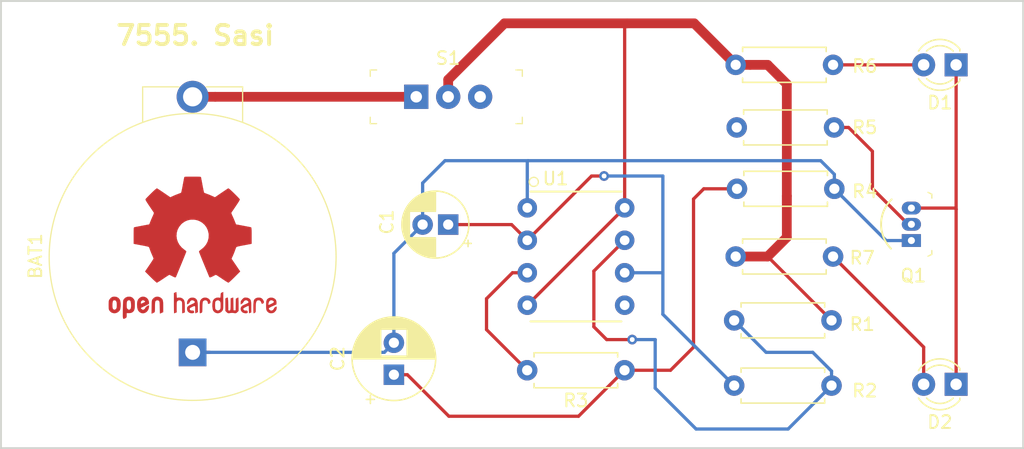
<source format=kicad_pcb>
(kicad_pcb (version 20171130) (host pcbnew 5.0.0-fee4fd1~66~ubuntu16.04.1)

  (general
    (thickness 1.6)
    (drawings 5)
    (tracks 85)
    (zones 0)
    (modules 16)
    (nets 14)
  )

  (page A4)
  (title_block
    (title 7555)
    (date 2018-08-28)
    (rev v0.1)
    (comment 4 "Sai Sasidhar Maddali")
  )

  (layers
    (0 F.Cu signal)
    (31 B.Cu signal)
    (32 B.Adhes user)
    (33 F.Adhes user)
    (34 B.Paste user)
    (35 F.Paste user)
    (36 B.SilkS user)
    (37 F.SilkS user)
    (38 B.Mask user)
    (39 F.Mask user)
    (40 Dwgs.User user)
    (41 Cmts.User user)
    (42 Eco1.User user)
    (43 Eco2.User user)
    (44 Edge.Cuts user)
    (45 Margin user)
    (46 B.CrtYd user)
    (47 F.CrtYd user)
    (48 B.Fab user)
    (49 F.Fab user)
  )

  (setup
    (last_trace_width 0.254)
    (user_trace_width 0.762)
    (trace_clearance 0.254)
    (zone_clearance 0.508)
    (zone_45_only no)
    (trace_min 0.1524)
    (segment_width 0.2)
    (edge_width 0.15)
    (via_size 0.762)
    (via_drill 0.381)
    (via_min_size 0.6858)
    (via_min_drill 0.3302)
    (uvia_size 0.3)
    (uvia_drill 0.1)
    (uvias_allowed no)
    (uvia_min_size 0.2)
    (uvia_min_drill 0.1)
    (pcb_text_width 0.3)
    (pcb_text_size 1.5 1.5)
    (mod_edge_width 0.15)
    (mod_text_size 1 1)
    (mod_text_width 0.15)
    (pad_size 1.524 1.524)
    (pad_drill 0.762)
    (pad_to_mask_clearance 0.2)
    (aux_axis_origin 0 0)
    (visible_elements FFFFEF7F)
    (pcbplotparams
      (layerselection 0x010fc_ffffffff)
      (usegerberextensions false)
      (usegerberattributes false)
      (usegerberadvancedattributes false)
      (creategerberjobfile false)
      (excludeedgelayer true)
      (linewidth 0.100000)
      (plotframeref false)
      (viasonmask false)
      (mode 1)
      (useauxorigin false)
      (hpglpennumber 1)
      (hpglpenspeed 20)
      (hpglpendiameter 15.000000)
      (psnegative false)
      (psa4output false)
      (plotreference true)
      (plotvalue true)
      (plotinvisibletext false)
      (padsonsilk false)
      (subtractmaskfromsilk false)
      (outputformat 1)
      (mirror false)
      (drillshape 1)
      (scaleselection 1)
      (outputdirectory ""))
  )

  (net 0 "")
  (net 1 GND)
  (net 2 "Net-(BAT1-PadPos)")
  (net 3 "Net-(C1-Pad1)")
  (net 4 "Net-(C2-Pad1)")
  (net 5 "Net-(D1-Pad1)")
  (net 6 "Net-(D1-Pad2)")
  (net 7 "Net-(D2-Pad2)")
  (net 8 "Net-(Q1-Pad2)")
  (net 9 VCC)
  (net 10 "Net-(R1-Pad2)")
  (net 11 "Net-(R3-Pad2)")
  (net 12 "Net-(S1-Pad3)")
  (net 13 "Net-(U1-Pad5)")

  (net_class Default "This is the default net class."
    (clearance 0.254)
    (trace_width 0.254)
    (via_dia 0.762)
    (via_drill 0.381)
    (uvia_dia 0.3)
    (uvia_drill 0.1)
    (add_net GND)
    (add_net "Net-(BAT1-PadPos)")
    (add_net "Net-(C1-Pad1)")
    (add_net "Net-(C2-Pad1)")
    (add_net "Net-(D1-Pad1)")
    (add_net "Net-(D1-Pad2)")
    (add_net "Net-(D2-Pad2)")
    (add_net "Net-(Q1-Pad2)")
    (add_net "Net-(R1-Pad2)")
    (add_net "Net-(R3-Pad2)")
    (add_net "Net-(S1-Pad3)")
    (add_net "Net-(U1-Pad5)")
    (add_net VCC)
  )

  (module digikey-footprints:Battery_Holder_Coin_2032_BS-7 (layer F.Cu) (tedit 5ACD0859) (tstamp 5B9D28BA)
    (at 110 85 90)
    (descr http://www.memoryprotectiondevices.com/datasheets/BS-7-datasheet.pdf)
    (path /5B84A56A)
    (fp_text reference BAT1 (at 7.52856 -12.3063 90) (layer F.SilkS)
      (effects (font (size 1 1) (thickness 0.15)))
    )
    (fp_text value BS-7 (at -5.2 -9 180) (layer F.Fab)
      (effects (font (size 1 1) (thickness 0.15)))
    )
    (fp_line (start -3.9624 11.43) (end 21.5138 11.43) (layer F.CrtYd) (width 0.05))
    (fp_line (start -3.9624 -11.43) (end 21.5138 -11.43) (layer F.CrtYd) (width 0.05))
    (fp_line (start 21.5138 -11.43) (end 21.5138 11.43) (layer F.CrtYd) (width 0.05))
    (fp_line (start -3.9624 -11.43) (end -3.9624 11.43) (layer F.CrtYd) (width 0.05))
    (fp_line (start 20.7772 3.9116) (end 20.7772 1.0668) (layer F.SilkS) (width 0.1))
    (fp_line (start 20.7772 -3.9116) (end 20.7772 -1.0668) (layer F.SilkS) (width 0.1))
    (fp_line (start 18.034 3.9116) (end 20.7772 3.9116) (layer F.SilkS) (width 0.1))
    (fp_line (start 18.034 -3.9116) (end 20.7772 -3.9116) (layer F.SilkS) (width 0.1))
    (fp_line (start 20.6756 -3.81) (end 20.6756 3.81) (layer F.Fab) (width 0.1))
    (fp_line (start 17.9832 3.81) (end 20.6756 3.81) (layer F.Fab) (width 0.1))
    (fp_line (start 17.9832 -3.81) (end 20.6756 -3.81) (layer F.Fab) (width 0.1))
    (fp_text user %R (at -5.2 9.8 180) (layer F.Fab)
      (effects (font (size 1 1) (thickness 0.15)))
    )
    (fp_circle (center 7.4676 0) (end -3.7592 0) (layer F.SilkS) (width 0.1))
    (fp_circle (center 7.4676 0) (end -3.7084 0) (layer F.Fab) (width 0.1))
    (pad Neg thru_hole rect (at 0 0 90) (size 2.17 2.17) (drill 1.17) (layers *.Cu *.Mask)
      (net 1 GND))
    (pad Pos thru_hole circle (at 20 0 90) (size 2.5 2.5) (drill 1.5) (layers *.Cu *.Mask)
      (net 2 "Net-(BAT1-PadPos)"))
  )

  (module Capacitor_THT:CP_Radial_D5.0mm_P2.00mm (layer F.Cu) (tedit 5AE50EF0) (tstamp 5B9D3620)
    (at 130 75 180)
    (descr "CP, Radial series, Radial, pin pitch=2.00mm, , diameter=5mm, Electrolytic Capacitor")
    (tags "CP Radial series Radial pin pitch 2.00mm  diameter 5mm Electrolytic Capacitor")
    (path /5B847936)
    (fp_text reference C1 (at 4.8 0.2 270) (layer F.SilkS)
      (effects (font (size 1 1) (thickness 0.15)))
    )
    (fp_text value 10u (at 1.2 -4.2 180) (layer F.Fab)
      (effects (font (size 1 1) (thickness 0.15)))
    )
    (fp_circle (center 1 0) (end 3.5 0) (layer F.Fab) (width 0.1))
    (fp_circle (center 1 0) (end 3.62 0) (layer F.SilkS) (width 0.12))
    (fp_circle (center 1 0) (end 3.75 0) (layer F.CrtYd) (width 0.05))
    (fp_line (start -1.133605 -1.0875) (end -0.633605 -1.0875) (layer F.Fab) (width 0.1))
    (fp_line (start -0.883605 -1.3375) (end -0.883605 -0.8375) (layer F.Fab) (width 0.1))
    (fp_line (start 1 1.04) (end 1 2.58) (layer F.SilkS) (width 0.12))
    (fp_line (start 1 -2.58) (end 1 -1.04) (layer F.SilkS) (width 0.12))
    (fp_line (start 1.04 1.04) (end 1.04 2.58) (layer F.SilkS) (width 0.12))
    (fp_line (start 1.04 -2.58) (end 1.04 -1.04) (layer F.SilkS) (width 0.12))
    (fp_line (start 1.08 -2.579) (end 1.08 -1.04) (layer F.SilkS) (width 0.12))
    (fp_line (start 1.08 1.04) (end 1.08 2.579) (layer F.SilkS) (width 0.12))
    (fp_line (start 1.12 -2.578) (end 1.12 -1.04) (layer F.SilkS) (width 0.12))
    (fp_line (start 1.12 1.04) (end 1.12 2.578) (layer F.SilkS) (width 0.12))
    (fp_line (start 1.16 -2.576) (end 1.16 -1.04) (layer F.SilkS) (width 0.12))
    (fp_line (start 1.16 1.04) (end 1.16 2.576) (layer F.SilkS) (width 0.12))
    (fp_line (start 1.2 -2.573) (end 1.2 -1.04) (layer F.SilkS) (width 0.12))
    (fp_line (start 1.2 1.04) (end 1.2 2.573) (layer F.SilkS) (width 0.12))
    (fp_line (start 1.24 -2.569) (end 1.24 -1.04) (layer F.SilkS) (width 0.12))
    (fp_line (start 1.24 1.04) (end 1.24 2.569) (layer F.SilkS) (width 0.12))
    (fp_line (start 1.28 -2.565) (end 1.28 -1.04) (layer F.SilkS) (width 0.12))
    (fp_line (start 1.28 1.04) (end 1.28 2.565) (layer F.SilkS) (width 0.12))
    (fp_line (start 1.32 -2.561) (end 1.32 -1.04) (layer F.SilkS) (width 0.12))
    (fp_line (start 1.32 1.04) (end 1.32 2.561) (layer F.SilkS) (width 0.12))
    (fp_line (start 1.36 -2.556) (end 1.36 -1.04) (layer F.SilkS) (width 0.12))
    (fp_line (start 1.36 1.04) (end 1.36 2.556) (layer F.SilkS) (width 0.12))
    (fp_line (start 1.4 -2.55) (end 1.4 -1.04) (layer F.SilkS) (width 0.12))
    (fp_line (start 1.4 1.04) (end 1.4 2.55) (layer F.SilkS) (width 0.12))
    (fp_line (start 1.44 -2.543) (end 1.44 -1.04) (layer F.SilkS) (width 0.12))
    (fp_line (start 1.44 1.04) (end 1.44 2.543) (layer F.SilkS) (width 0.12))
    (fp_line (start 1.48 -2.536) (end 1.48 -1.04) (layer F.SilkS) (width 0.12))
    (fp_line (start 1.48 1.04) (end 1.48 2.536) (layer F.SilkS) (width 0.12))
    (fp_line (start 1.52 -2.528) (end 1.52 -1.04) (layer F.SilkS) (width 0.12))
    (fp_line (start 1.52 1.04) (end 1.52 2.528) (layer F.SilkS) (width 0.12))
    (fp_line (start 1.56 -2.52) (end 1.56 -1.04) (layer F.SilkS) (width 0.12))
    (fp_line (start 1.56 1.04) (end 1.56 2.52) (layer F.SilkS) (width 0.12))
    (fp_line (start 1.6 -2.511) (end 1.6 -1.04) (layer F.SilkS) (width 0.12))
    (fp_line (start 1.6 1.04) (end 1.6 2.511) (layer F.SilkS) (width 0.12))
    (fp_line (start 1.64 -2.501) (end 1.64 -1.04) (layer F.SilkS) (width 0.12))
    (fp_line (start 1.64 1.04) (end 1.64 2.501) (layer F.SilkS) (width 0.12))
    (fp_line (start 1.68 -2.491) (end 1.68 -1.04) (layer F.SilkS) (width 0.12))
    (fp_line (start 1.68 1.04) (end 1.68 2.491) (layer F.SilkS) (width 0.12))
    (fp_line (start 1.721 -2.48) (end 1.721 -1.04) (layer F.SilkS) (width 0.12))
    (fp_line (start 1.721 1.04) (end 1.721 2.48) (layer F.SilkS) (width 0.12))
    (fp_line (start 1.761 -2.468) (end 1.761 -1.04) (layer F.SilkS) (width 0.12))
    (fp_line (start 1.761 1.04) (end 1.761 2.468) (layer F.SilkS) (width 0.12))
    (fp_line (start 1.801 -2.455) (end 1.801 -1.04) (layer F.SilkS) (width 0.12))
    (fp_line (start 1.801 1.04) (end 1.801 2.455) (layer F.SilkS) (width 0.12))
    (fp_line (start 1.841 -2.442) (end 1.841 -1.04) (layer F.SilkS) (width 0.12))
    (fp_line (start 1.841 1.04) (end 1.841 2.442) (layer F.SilkS) (width 0.12))
    (fp_line (start 1.881 -2.428) (end 1.881 -1.04) (layer F.SilkS) (width 0.12))
    (fp_line (start 1.881 1.04) (end 1.881 2.428) (layer F.SilkS) (width 0.12))
    (fp_line (start 1.921 -2.414) (end 1.921 -1.04) (layer F.SilkS) (width 0.12))
    (fp_line (start 1.921 1.04) (end 1.921 2.414) (layer F.SilkS) (width 0.12))
    (fp_line (start 1.961 -2.398) (end 1.961 -1.04) (layer F.SilkS) (width 0.12))
    (fp_line (start 1.961 1.04) (end 1.961 2.398) (layer F.SilkS) (width 0.12))
    (fp_line (start 2.001 -2.382) (end 2.001 -1.04) (layer F.SilkS) (width 0.12))
    (fp_line (start 2.001 1.04) (end 2.001 2.382) (layer F.SilkS) (width 0.12))
    (fp_line (start 2.041 -2.365) (end 2.041 -1.04) (layer F.SilkS) (width 0.12))
    (fp_line (start 2.041 1.04) (end 2.041 2.365) (layer F.SilkS) (width 0.12))
    (fp_line (start 2.081 -2.348) (end 2.081 -1.04) (layer F.SilkS) (width 0.12))
    (fp_line (start 2.081 1.04) (end 2.081 2.348) (layer F.SilkS) (width 0.12))
    (fp_line (start 2.121 -2.329) (end 2.121 -1.04) (layer F.SilkS) (width 0.12))
    (fp_line (start 2.121 1.04) (end 2.121 2.329) (layer F.SilkS) (width 0.12))
    (fp_line (start 2.161 -2.31) (end 2.161 -1.04) (layer F.SilkS) (width 0.12))
    (fp_line (start 2.161 1.04) (end 2.161 2.31) (layer F.SilkS) (width 0.12))
    (fp_line (start 2.201 -2.29) (end 2.201 -1.04) (layer F.SilkS) (width 0.12))
    (fp_line (start 2.201 1.04) (end 2.201 2.29) (layer F.SilkS) (width 0.12))
    (fp_line (start 2.241 -2.268) (end 2.241 -1.04) (layer F.SilkS) (width 0.12))
    (fp_line (start 2.241 1.04) (end 2.241 2.268) (layer F.SilkS) (width 0.12))
    (fp_line (start 2.281 -2.247) (end 2.281 -1.04) (layer F.SilkS) (width 0.12))
    (fp_line (start 2.281 1.04) (end 2.281 2.247) (layer F.SilkS) (width 0.12))
    (fp_line (start 2.321 -2.224) (end 2.321 -1.04) (layer F.SilkS) (width 0.12))
    (fp_line (start 2.321 1.04) (end 2.321 2.224) (layer F.SilkS) (width 0.12))
    (fp_line (start 2.361 -2.2) (end 2.361 -1.04) (layer F.SilkS) (width 0.12))
    (fp_line (start 2.361 1.04) (end 2.361 2.2) (layer F.SilkS) (width 0.12))
    (fp_line (start 2.401 -2.175) (end 2.401 -1.04) (layer F.SilkS) (width 0.12))
    (fp_line (start 2.401 1.04) (end 2.401 2.175) (layer F.SilkS) (width 0.12))
    (fp_line (start 2.441 -2.149) (end 2.441 -1.04) (layer F.SilkS) (width 0.12))
    (fp_line (start 2.441 1.04) (end 2.441 2.149) (layer F.SilkS) (width 0.12))
    (fp_line (start 2.481 -2.122) (end 2.481 -1.04) (layer F.SilkS) (width 0.12))
    (fp_line (start 2.481 1.04) (end 2.481 2.122) (layer F.SilkS) (width 0.12))
    (fp_line (start 2.521 -2.095) (end 2.521 -1.04) (layer F.SilkS) (width 0.12))
    (fp_line (start 2.521 1.04) (end 2.521 2.095) (layer F.SilkS) (width 0.12))
    (fp_line (start 2.561 -2.065) (end 2.561 -1.04) (layer F.SilkS) (width 0.12))
    (fp_line (start 2.561 1.04) (end 2.561 2.065) (layer F.SilkS) (width 0.12))
    (fp_line (start 2.601 -2.035) (end 2.601 -1.04) (layer F.SilkS) (width 0.12))
    (fp_line (start 2.601 1.04) (end 2.601 2.035) (layer F.SilkS) (width 0.12))
    (fp_line (start 2.641 -2.004) (end 2.641 -1.04) (layer F.SilkS) (width 0.12))
    (fp_line (start 2.641 1.04) (end 2.641 2.004) (layer F.SilkS) (width 0.12))
    (fp_line (start 2.681 -1.971) (end 2.681 -1.04) (layer F.SilkS) (width 0.12))
    (fp_line (start 2.681 1.04) (end 2.681 1.971) (layer F.SilkS) (width 0.12))
    (fp_line (start 2.721 -1.937) (end 2.721 -1.04) (layer F.SilkS) (width 0.12))
    (fp_line (start 2.721 1.04) (end 2.721 1.937) (layer F.SilkS) (width 0.12))
    (fp_line (start 2.761 -1.901) (end 2.761 -1.04) (layer F.SilkS) (width 0.12))
    (fp_line (start 2.761 1.04) (end 2.761 1.901) (layer F.SilkS) (width 0.12))
    (fp_line (start 2.801 -1.864) (end 2.801 -1.04) (layer F.SilkS) (width 0.12))
    (fp_line (start 2.801 1.04) (end 2.801 1.864) (layer F.SilkS) (width 0.12))
    (fp_line (start 2.841 -1.826) (end 2.841 -1.04) (layer F.SilkS) (width 0.12))
    (fp_line (start 2.841 1.04) (end 2.841 1.826) (layer F.SilkS) (width 0.12))
    (fp_line (start 2.881 -1.785) (end 2.881 -1.04) (layer F.SilkS) (width 0.12))
    (fp_line (start 2.881 1.04) (end 2.881 1.785) (layer F.SilkS) (width 0.12))
    (fp_line (start 2.921 -1.743) (end 2.921 -1.04) (layer F.SilkS) (width 0.12))
    (fp_line (start 2.921 1.04) (end 2.921 1.743) (layer F.SilkS) (width 0.12))
    (fp_line (start 2.961 -1.699) (end 2.961 -1.04) (layer F.SilkS) (width 0.12))
    (fp_line (start 2.961 1.04) (end 2.961 1.699) (layer F.SilkS) (width 0.12))
    (fp_line (start 3.001 -1.653) (end 3.001 -1.04) (layer F.SilkS) (width 0.12))
    (fp_line (start 3.001 1.04) (end 3.001 1.653) (layer F.SilkS) (width 0.12))
    (fp_line (start 3.041 -1.605) (end 3.041 1.605) (layer F.SilkS) (width 0.12))
    (fp_line (start 3.081 -1.554) (end 3.081 1.554) (layer F.SilkS) (width 0.12))
    (fp_line (start 3.121 -1.5) (end 3.121 1.5) (layer F.SilkS) (width 0.12))
    (fp_line (start 3.161 -1.443) (end 3.161 1.443) (layer F.SilkS) (width 0.12))
    (fp_line (start 3.201 -1.383) (end 3.201 1.383) (layer F.SilkS) (width 0.12))
    (fp_line (start 3.241 -1.319) (end 3.241 1.319) (layer F.SilkS) (width 0.12))
    (fp_line (start 3.281 -1.251) (end 3.281 1.251) (layer F.SilkS) (width 0.12))
    (fp_line (start 3.321 -1.178) (end 3.321 1.178) (layer F.SilkS) (width 0.12))
    (fp_line (start 3.361 -1.098) (end 3.361 1.098) (layer F.SilkS) (width 0.12))
    (fp_line (start 3.401 -1.011) (end 3.401 1.011) (layer F.SilkS) (width 0.12))
    (fp_line (start 3.441 -0.915) (end 3.441 0.915) (layer F.SilkS) (width 0.12))
    (fp_line (start 3.481 -0.805) (end 3.481 0.805) (layer F.SilkS) (width 0.12))
    (fp_line (start 3.521 -0.677) (end 3.521 0.677) (layer F.SilkS) (width 0.12))
    (fp_line (start 3.561 -0.518) (end 3.561 0.518) (layer F.SilkS) (width 0.12))
    (fp_line (start 3.601 -0.284) (end 3.601 0.284) (layer F.SilkS) (width 0.12))
    (fp_line (start -1.804775 -1.475) (end -1.304775 -1.475) (layer F.SilkS) (width 0.12))
    (fp_line (start -1.554775 -1.725) (end -1.554775 -1.225) (layer F.SilkS) (width 0.12))
    (fp_text user %R (at 1 0 270) (layer F.Fab)
      (effects (font (size 1 1) (thickness 0.15)))
    )
    (pad 1 thru_hole rect (at 0 0 180) (size 1.6 1.6) (drill 0.8) (layers *.Cu *.Mask)
      (net 3 "Net-(C1-Pad1)"))
    (pad 2 thru_hole circle (at 2 0 180) (size 1.6 1.6) (drill 0.8) (layers *.Cu *.Mask)
      (net 1 GND))
    (model ${KISYS3DMOD}/Capacitor_THT.3dshapes/CP_Radial_D5.0mm_P2.00mm.wrl
      (at (xyz 0 0 0))
      (scale (xyz 1 1 1))
      (rotate (xyz 0 0 0))
    )
  )

  (module Capacitor_THT:CP_Radial_D6.3mm_P2.50mm (layer F.Cu) (tedit 5AE50EF0) (tstamp 5B9D4114)
    (at 125.75 86.75 90)
    (descr "CP, Radial series, Radial, pin pitch=2.50mm, , diameter=6.3mm, Electrolytic Capacitor")
    (tags "CP Radial series Radial pin pitch 2.50mm  diameter 6.3mm Electrolytic Capacitor")
    (path /5B847C2C)
    (fp_text reference C2 (at 1.25 -4.4 90) (layer F.SilkS)
      (effects (font (size 1 1) (thickness 0.15)))
    )
    (fp_text value 100u (at -3.65 0.05 180) (layer F.Fab)
      (effects (font (size 1 1) (thickness 0.15)))
    )
    (fp_circle (center 1.25 0) (end 4.4 0) (layer F.Fab) (width 0.1))
    (fp_circle (center 1.25 0) (end 4.52 0) (layer F.SilkS) (width 0.12))
    (fp_circle (center 1.25 0) (end 4.65 0) (layer F.CrtYd) (width 0.05))
    (fp_line (start -1.443972 -1.3735) (end -0.813972 -1.3735) (layer F.Fab) (width 0.1))
    (fp_line (start -1.128972 -1.6885) (end -1.128972 -1.0585) (layer F.Fab) (width 0.1))
    (fp_line (start 1.25 -3.23) (end 1.25 3.23) (layer F.SilkS) (width 0.12))
    (fp_line (start 1.29 -3.23) (end 1.29 3.23) (layer F.SilkS) (width 0.12))
    (fp_line (start 1.33 -3.23) (end 1.33 3.23) (layer F.SilkS) (width 0.12))
    (fp_line (start 1.37 -3.228) (end 1.37 3.228) (layer F.SilkS) (width 0.12))
    (fp_line (start 1.41 -3.227) (end 1.41 3.227) (layer F.SilkS) (width 0.12))
    (fp_line (start 1.45 -3.224) (end 1.45 3.224) (layer F.SilkS) (width 0.12))
    (fp_line (start 1.49 -3.222) (end 1.49 -1.04) (layer F.SilkS) (width 0.12))
    (fp_line (start 1.49 1.04) (end 1.49 3.222) (layer F.SilkS) (width 0.12))
    (fp_line (start 1.53 -3.218) (end 1.53 -1.04) (layer F.SilkS) (width 0.12))
    (fp_line (start 1.53 1.04) (end 1.53 3.218) (layer F.SilkS) (width 0.12))
    (fp_line (start 1.57 -3.215) (end 1.57 -1.04) (layer F.SilkS) (width 0.12))
    (fp_line (start 1.57 1.04) (end 1.57 3.215) (layer F.SilkS) (width 0.12))
    (fp_line (start 1.61 -3.211) (end 1.61 -1.04) (layer F.SilkS) (width 0.12))
    (fp_line (start 1.61 1.04) (end 1.61 3.211) (layer F.SilkS) (width 0.12))
    (fp_line (start 1.65 -3.206) (end 1.65 -1.04) (layer F.SilkS) (width 0.12))
    (fp_line (start 1.65 1.04) (end 1.65 3.206) (layer F.SilkS) (width 0.12))
    (fp_line (start 1.69 -3.201) (end 1.69 -1.04) (layer F.SilkS) (width 0.12))
    (fp_line (start 1.69 1.04) (end 1.69 3.201) (layer F.SilkS) (width 0.12))
    (fp_line (start 1.73 -3.195) (end 1.73 -1.04) (layer F.SilkS) (width 0.12))
    (fp_line (start 1.73 1.04) (end 1.73 3.195) (layer F.SilkS) (width 0.12))
    (fp_line (start 1.77 -3.189) (end 1.77 -1.04) (layer F.SilkS) (width 0.12))
    (fp_line (start 1.77 1.04) (end 1.77 3.189) (layer F.SilkS) (width 0.12))
    (fp_line (start 1.81 -3.182) (end 1.81 -1.04) (layer F.SilkS) (width 0.12))
    (fp_line (start 1.81 1.04) (end 1.81 3.182) (layer F.SilkS) (width 0.12))
    (fp_line (start 1.85 -3.175) (end 1.85 -1.04) (layer F.SilkS) (width 0.12))
    (fp_line (start 1.85 1.04) (end 1.85 3.175) (layer F.SilkS) (width 0.12))
    (fp_line (start 1.89 -3.167) (end 1.89 -1.04) (layer F.SilkS) (width 0.12))
    (fp_line (start 1.89 1.04) (end 1.89 3.167) (layer F.SilkS) (width 0.12))
    (fp_line (start 1.93 -3.159) (end 1.93 -1.04) (layer F.SilkS) (width 0.12))
    (fp_line (start 1.93 1.04) (end 1.93 3.159) (layer F.SilkS) (width 0.12))
    (fp_line (start 1.971 -3.15) (end 1.971 -1.04) (layer F.SilkS) (width 0.12))
    (fp_line (start 1.971 1.04) (end 1.971 3.15) (layer F.SilkS) (width 0.12))
    (fp_line (start 2.011 -3.141) (end 2.011 -1.04) (layer F.SilkS) (width 0.12))
    (fp_line (start 2.011 1.04) (end 2.011 3.141) (layer F.SilkS) (width 0.12))
    (fp_line (start 2.051 -3.131) (end 2.051 -1.04) (layer F.SilkS) (width 0.12))
    (fp_line (start 2.051 1.04) (end 2.051 3.131) (layer F.SilkS) (width 0.12))
    (fp_line (start 2.091 -3.121) (end 2.091 -1.04) (layer F.SilkS) (width 0.12))
    (fp_line (start 2.091 1.04) (end 2.091 3.121) (layer F.SilkS) (width 0.12))
    (fp_line (start 2.131 -3.11) (end 2.131 -1.04) (layer F.SilkS) (width 0.12))
    (fp_line (start 2.131 1.04) (end 2.131 3.11) (layer F.SilkS) (width 0.12))
    (fp_line (start 2.171 -3.098) (end 2.171 -1.04) (layer F.SilkS) (width 0.12))
    (fp_line (start 2.171 1.04) (end 2.171 3.098) (layer F.SilkS) (width 0.12))
    (fp_line (start 2.211 -3.086) (end 2.211 -1.04) (layer F.SilkS) (width 0.12))
    (fp_line (start 2.211 1.04) (end 2.211 3.086) (layer F.SilkS) (width 0.12))
    (fp_line (start 2.251 -3.074) (end 2.251 -1.04) (layer F.SilkS) (width 0.12))
    (fp_line (start 2.251 1.04) (end 2.251 3.074) (layer F.SilkS) (width 0.12))
    (fp_line (start 2.291 -3.061) (end 2.291 -1.04) (layer F.SilkS) (width 0.12))
    (fp_line (start 2.291 1.04) (end 2.291 3.061) (layer F.SilkS) (width 0.12))
    (fp_line (start 2.331 -3.047) (end 2.331 -1.04) (layer F.SilkS) (width 0.12))
    (fp_line (start 2.331 1.04) (end 2.331 3.047) (layer F.SilkS) (width 0.12))
    (fp_line (start 2.371 -3.033) (end 2.371 -1.04) (layer F.SilkS) (width 0.12))
    (fp_line (start 2.371 1.04) (end 2.371 3.033) (layer F.SilkS) (width 0.12))
    (fp_line (start 2.411 -3.018) (end 2.411 -1.04) (layer F.SilkS) (width 0.12))
    (fp_line (start 2.411 1.04) (end 2.411 3.018) (layer F.SilkS) (width 0.12))
    (fp_line (start 2.451 -3.002) (end 2.451 -1.04) (layer F.SilkS) (width 0.12))
    (fp_line (start 2.451 1.04) (end 2.451 3.002) (layer F.SilkS) (width 0.12))
    (fp_line (start 2.491 -2.986) (end 2.491 -1.04) (layer F.SilkS) (width 0.12))
    (fp_line (start 2.491 1.04) (end 2.491 2.986) (layer F.SilkS) (width 0.12))
    (fp_line (start 2.531 -2.97) (end 2.531 -1.04) (layer F.SilkS) (width 0.12))
    (fp_line (start 2.531 1.04) (end 2.531 2.97) (layer F.SilkS) (width 0.12))
    (fp_line (start 2.571 -2.952) (end 2.571 -1.04) (layer F.SilkS) (width 0.12))
    (fp_line (start 2.571 1.04) (end 2.571 2.952) (layer F.SilkS) (width 0.12))
    (fp_line (start 2.611 -2.934) (end 2.611 -1.04) (layer F.SilkS) (width 0.12))
    (fp_line (start 2.611 1.04) (end 2.611 2.934) (layer F.SilkS) (width 0.12))
    (fp_line (start 2.651 -2.916) (end 2.651 -1.04) (layer F.SilkS) (width 0.12))
    (fp_line (start 2.651 1.04) (end 2.651 2.916) (layer F.SilkS) (width 0.12))
    (fp_line (start 2.691 -2.896) (end 2.691 -1.04) (layer F.SilkS) (width 0.12))
    (fp_line (start 2.691 1.04) (end 2.691 2.896) (layer F.SilkS) (width 0.12))
    (fp_line (start 2.731 -2.876) (end 2.731 -1.04) (layer F.SilkS) (width 0.12))
    (fp_line (start 2.731 1.04) (end 2.731 2.876) (layer F.SilkS) (width 0.12))
    (fp_line (start 2.771 -2.856) (end 2.771 -1.04) (layer F.SilkS) (width 0.12))
    (fp_line (start 2.771 1.04) (end 2.771 2.856) (layer F.SilkS) (width 0.12))
    (fp_line (start 2.811 -2.834) (end 2.811 -1.04) (layer F.SilkS) (width 0.12))
    (fp_line (start 2.811 1.04) (end 2.811 2.834) (layer F.SilkS) (width 0.12))
    (fp_line (start 2.851 -2.812) (end 2.851 -1.04) (layer F.SilkS) (width 0.12))
    (fp_line (start 2.851 1.04) (end 2.851 2.812) (layer F.SilkS) (width 0.12))
    (fp_line (start 2.891 -2.79) (end 2.891 -1.04) (layer F.SilkS) (width 0.12))
    (fp_line (start 2.891 1.04) (end 2.891 2.79) (layer F.SilkS) (width 0.12))
    (fp_line (start 2.931 -2.766) (end 2.931 -1.04) (layer F.SilkS) (width 0.12))
    (fp_line (start 2.931 1.04) (end 2.931 2.766) (layer F.SilkS) (width 0.12))
    (fp_line (start 2.971 -2.742) (end 2.971 -1.04) (layer F.SilkS) (width 0.12))
    (fp_line (start 2.971 1.04) (end 2.971 2.742) (layer F.SilkS) (width 0.12))
    (fp_line (start 3.011 -2.716) (end 3.011 -1.04) (layer F.SilkS) (width 0.12))
    (fp_line (start 3.011 1.04) (end 3.011 2.716) (layer F.SilkS) (width 0.12))
    (fp_line (start 3.051 -2.69) (end 3.051 -1.04) (layer F.SilkS) (width 0.12))
    (fp_line (start 3.051 1.04) (end 3.051 2.69) (layer F.SilkS) (width 0.12))
    (fp_line (start 3.091 -2.664) (end 3.091 -1.04) (layer F.SilkS) (width 0.12))
    (fp_line (start 3.091 1.04) (end 3.091 2.664) (layer F.SilkS) (width 0.12))
    (fp_line (start 3.131 -2.636) (end 3.131 -1.04) (layer F.SilkS) (width 0.12))
    (fp_line (start 3.131 1.04) (end 3.131 2.636) (layer F.SilkS) (width 0.12))
    (fp_line (start 3.171 -2.607) (end 3.171 -1.04) (layer F.SilkS) (width 0.12))
    (fp_line (start 3.171 1.04) (end 3.171 2.607) (layer F.SilkS) (width 0.12))
    (fp_line (start 3.211 -2.578) (end 3.211 -1.04) (layer F.SilkS) (width 0.12))
    (fp_line (start 3.211 1.04) (end 3.211 2.578) (layer F.SilkS) (width 0.12))
    (fp_line (start 3.251 -2.548) (end 3.251 -1.04) (layer F.SilkS) (width 0.12))
    (fp_line (start 3.251 1.04) (end 3.251 2.548) (layer F.SilkS) (width 0.12))
    (fp_line (start 3.291 -2.516) (end 3.291 -1.04) (layer F.SilkS) (width 0.12))
    (fp_line (start 3.291 1.04) (end 3.291 2.516) (layer F.SilkS) (width 0.12))
    (fp_line (start 3.331 -2.484) (end 3.331 -1.04) (layer F.SilkS) (width 0.12))
    (fp_line (start 3.331 1.04) (end 3.331 2.484) (layer F.SilkS) (width 0.12))
    (fp_line (start 3.371 -2.45) (end 3.371 -1.04) (layer F.SilkS) (width 0.12))
    (fp_line (start 3.371 1.04) (end 3.371 2.45) (layer F.SilkS) (width 0.12))
    (fp_line (start 3.411 -2.416) (end 3.411 -1.04) (layer F.SilkS) (width 0.12))
    (fp_line (start 3.411 1.04) (end 3.411 2.416) (layer F.SilkS) (width 0.12))
    (fp_line (start 3.451 -2.38) (end 3.451 -1.04) (layer F.SilkS) (width 0.12))
    (fp_line (start 3.451 1.04) (end 3.451 2.38) (layer F.SilkS) (width 0.12))
    (fp_line (start 3.491 -2.343) (end 3.491 -1.04) (layer F.SilkS) (width 0.12))
    (fp_line (start 3.491 1.04) (end 3.491 2.343) (layer F.SilkS) (width 0.12))
    (fp_line (start 3.531 -2.305) (end 3.531 -1.04) (layer F.SilkS) (width 0.12))
    (fp_line (start 3.531 1.04) (end 3.531 2.305) (layer F.SilkS) (width 0.12))
    (fp_line (start 3.571 -2.265) (end 3.571 2.265) (layer F.SilkS) (width 0.12))
    (fp_line (start 3.611 -2.224) (end 3.611 2.224) (layer F.SilkS) (width 0.12))
    (fp_line (start 3.651 -2.182) (end 3.651 2.182) (layer F.SilkS) (width 0.12))
    (fp_line (start 3.691 -2.137) (end 3.691 2.137) (layer F.SilkS) (width 0.12))
    (fp_line (start 3.731 -2.092) (end 3.731 2.092) (layer F.SilkS) (width 0.12))
    (fp_line (start 3.771 -2.044) (end 3.771 2.044) (layer F.SilkS) (width 0.12))
    (fp_line (start 3.811 -1.995) (end 3.811 1.995) (layer F.SilkS) (width 0.12))
    (fp_line (start 3.851 -1.944) (end 3.851 1.944) (layer F.SilkS) (width 0.12))
    (fp_line (start 3.891 -1.89) (end 3.891 1.89) (layer F.SilkS) (width 0.12))
    (fp_line (start 3.931 -1.834) (end 3.931 1.834) (layer F.SilkS) (width 0.12))
    (fp_line (start 3.971 -1.776) (end 3.971 1.776) (layer F.SilkS) (width 0.12))
    (fp_line (start 4.011 -1.714) (end 4.011 1.714) (layer F.SilkS) (width 0.12))
    (fp_line (start 4.051 -1.65) (end 4.051 1.65) (layer F.SilkS) (width 0.12))
    (fp_line (start 4.091 -1.581) (end 4.091 1.581) (layer F.SilkS) (width 0.12))
    (fp_line (start 4.131 -1.509) (end 4.131 1.509) (layer F.SilkS) (width 0.12))
    (fp_line (start 4.171 -1.432) (end 4.171 1.432) (layer F.SilkS) (width 0.12))
    (fp_line (start 4.211 -1.35) (end 4.211 1.35) (layer F.SilkS) (width 0.12))
    (fp_line (start 4.251 -1.262) (end 4.251 1.262) (layer F.SilkS) (width 0.12))
    (fp_line (start 4.291 -1.165) (end 4.291 1.165) (layer F.SilkS) (width 0.12))
    (fp_line (start 4.331 -1.059) (end 4.331 1.059) (layer F.SilkS) (width 0.12))
    (fp_line (start 4.371 -0.94) (end 4.371 0.94) (layer F.SilkS) (width 0.12))
    (fp_line (start 4.411 -0.802) (end 4.411 0.802) (layer F.SilkS) (width 0.12))
    (fp_line (start 4.451 -0.633) (end 4.451 0.633) (layer F.SilkS) (width 0.12))
    (fp_line (start 4.491 -0.402) (end 4.491 0.402) (layer F.SilkS) (width 0.12))
    (fp_line (start -2.250241 -1.839) (end -1.620241 -1.839) (layer F.SilkS) (width 0.12))
    (fp_line (start -1.935241 -2.154) (end -1.935241 -1.524) (layer F.SilkS) (width 0.12))
    (fp_text user %R (at 1.25 0 90) (layer F.Fab)
      (effects (font (size 1 1) (thickness 0.15)))
    )
    (pad 1 thru_hole rect (at 0 0 90) (size 1.6 1.6) (drill 0.8) (layers *.Cu *.Mask)
      (net 4 "Net-(C2-Pad1)"))
    (pad 2 thru_hole circle (at 2.5 0 90) (size 1.6 1.6) (drill 0.8) (layers *.Cu *.Mask)
      (net 1 GND))
    (model ${KISYS3DMOD}/Capacitor_THT.3dshapes/CP_Radial_D6.3mm_P2.50mm.wrl
      (at (xyz 0 0 0))
      (scale (xyz 1 1 1))
      (rotate (xyz 0 0 0))
    )
  )

  (module LED_THT:LED_D3.0mm (layer F.Cu) (tedit 587A3A7B) (tstamp 5B9D29E4)
    (at 169.75 62.5 180)
    (descr "LED, diameter 3.0mm, 2 pins")
    (tags "LED diameter 3.0mm 2 pins")
    (path /5B847F30)
    (fp_text reference D1 (at 1.27 -2.96 180) (layer F.SilkS)
      (effects (font (size 1 1) (thickness 0.15)))
    )
    (fp_text value RED (at -2.85 -0.1) (layer F.Fab)
      (effects (font (size 1 1) (thickness 0.15)))
    )
    (fp_arc (start 1.27 0) (end -0.23 -1.16619) (angle 284.3) (layer F.Fab) (width 0.1))
    (fp_arc (start 1.27 0) (end -0.29 -1.235516) (angle 108.8) (layer F.SilkS) (width 0.12))
    (fp_arc (start 1.27 0) (end -0.29 1.235516) (angle -108.8) (layer F.SilkS) (width 0.12))
    (fp_arc (start 1.27 0) (end 0.229039 -1.08) (angle 87.9) (layer F.SilkS) (width 0.12))
    (fp_arc (start 1.27 0) (end 0.229039 1.08) (angle -87.9) (layer F.SilkS) (width 0.12))
    (fp_circle (center 1.27 0) (end 2.77 0) (layer F.Fab) (width 0.1))
    (fp_line (start -0.23 -1.16619) (end -0.23 1.16619) (layer F.Fab) (width 0.1))
    (fp_line (start -0.29 -1.236) (end -0.29 -1.08) (layer F.SilkS) (width 0.12))
    (fp_line (start -0.29 1.08) (end -0.29 1.236) (layer F.SilkS) (width 0.12))
    (fp_line (start -1.15 -2.25) (end -1.15 2.25) (layer F.CrtYd) (width 0.05))
    (fp_line (start -1.15 2.25) (end 3.7 2.25) (layer F.CrtYd) (width 0.05))
    (fp_line (start 3.7 2.25) (end 3.7 -2.25) (layer F.CrtYd) (width 0.05))
    (fp_line (start 3.7 -2.25) (end -1.15 -2.25) (layer F.CrtYd) (width 0.05))
    (pad 1 thru_hole rect (at 0 0 180) (size 1.8 1.8) (drill 0.9) (layers *.Cu *.Mask)
      (net 5 "Net-(D1-Pad1)"))
    (pad 2 thru_hole circle (at 2.54 0 180) (size 1.8 1.8) (drill 0.9) (layers *.Cu *.Mask)
      (net 6 "Net-(D1-Pad2)"))
    (model ${KISYS3DMOD}/LED_THT.3dshapes/LED_D3.0mm.wrl
      (at (xyz 0 0 0))
      (scale (xyz 1 1 1))
      (rotate (xyz 0 0 0))
    )
  )

  (module LED_THT:LED_D3.0mm (layer F.Cu) (tedit 587A3A7B) (tstamp 5B9D29F7)
    (at 169.75 87.5 180)
    (descr "LED, diameter 3.0mm, 2 pins")
    (tags "LED diameter 3.0mm 2 pins")
    (path /5B847FE5)
    (fp_text reference D2 (at 1.27 -2.96 180) (layer F.SilkS)
      (effects (font (size 1 1) (thickness 0.15)))
    )
    (fp_text value RED (at -2.85 -0.1 180) (layer F.Fab)
      (effects (font (size 1 1) (thickness 0.15)))
    )
    (fp_line (start 3.7 -2.25) (end -1.15 -2.25) (layer F.CrtYd) (width 0.05))
    (fp_line (start 3.7 2.25) (end 3.7 -2.25) (layer F.CrtYd) (width 0.05))
    (fp_line (start -1.15 2.25) (end 3.7 2.25) (layer F.CrtYd) (width 0.05))
    (fp_line (start -1.15 -2.25) (end -1.15 2.25) (layer F.CrtYd) (width 0.05))
    (fp_line (start -0.29 1.08) (end -0.29 1.236) (layer F.SilkS) (width 0.12))
    (fp_line (start -0.29 -1.236) (end -0.29 -1.08) (layer F.SilkS) (width 0.12))
    (fp_line (start -0.23 -1.16619) (end -0.23 1.16619) (layer F.Fab) (width 0.1))
    (fp_circle (center 1.27 0) (end 2.77 0) (layer F.Fab) (width 0.1))
    (fp_arc (start 1.27 0) (end 0.229039 1.08) (angle -87.9) (layer F.SilkS) (width 0.12))
    (fp_arc (start 1.27 0) (end 0.229039 -1.08) (angle 87.9) (layer F.SilkS) (width 0.12))
    (fp_arc (start 1.27 0) (end -0.29 1.235516) (angle -108.8) (layer F.SilkS) (width 0.12))
    (fp_arc (start 1.27 0) (end -0.29 -1.235516) (angle 108.8) (layer F.SilkS) (width 0.12))
    (fp_arc (start 1.27 0) (end -0.23 -1.16619) (angle 284.3) (layer F.Fab) (width 0.1))
    (pad 2 thru_hole circle (at 2.54 0 180) (size 1.8 1.8) (drill 0.9) (layers *.Cu *.Mask)
      (net 7 "Net-(D2-Pad2)"))
    (pad 1 thru_hole rect (at 0 0 180) (size 1.8 1.8) (drill 0.9) (layers *.Cu *.Mask)
      (net 5 "Net-(D1-Pad1)"))
    (model ${KISYS3DMOD}/LED_THT.3dshapes/LED_D3.0mm.wrl
      (at (xyz 0 0 0))
      (scale (xyz 1 1 1))
      (rotate (xyz 0 0 0))
    )
  )

  (module digikey-footprints:TO-92-3 (layer F.Cu) (tedit 5AF9CDD1) (tstamp 5B9D57F2)
    (at 166.25 76.25 90)
    (descr http://www.ti.com/lit/ds/symlink/tl431a.pdf)
    (path /5B848426)
    (fp_text reference Q1 (at -2.75 0.15 180) (layer F.SilkS)
      (effects (font (size 1 1) (thickness 0.15)))
    )
    (fp_text value 2N3904 (at 1.27 2.5 90) (layer F.Fab)
      (effects (font (size 1 1) (thickness 0.15)))
    )
    (fp_arc (start 1.27 0.35) (end -0.63 -1.6) (angle 90) (layer F.SilkS) (width 0.15))
    (fp_line (start 3.57 1.5) (end -1.03 1.5) (layer F.Fab) (width 0.15))
    (fp_arc (start 1.27 0.3) (end -1.03 1.5) (angle 235) (layer F.Fab) (width 0.15))
    (fp_arc (start 1.27 0.3) (end -1.33 0.3) (angle 90) (layer F.Fab) (width 0.15))
    (fp_line (start -1.63 -2.5) (end 4.17 -2.5) (layer F.CrtYd) (width 0.05))
    (fp_line (start -1.63 1.75) (end 4.17 1.75) (layer F.CrtYd) (width 0.05))
    (fp_line (start -1.63 1.75) (end -1.63 -2.5) (layer F.CrtYd) (width 0.05))
    (fp_line (start 4.17 1.75) (end 4.17 -2.5) (layer F.CrtYd) (width 0.05))
    (fp_line (start 3.62 1.6) (end 3.77 1.3) (layer F.SilkS) (width 0.1))
    (fp_line (start 3.62 1.6) (end 3.32 1.6) (layer F.SilkS) (width 0.1))
    (fp_line (start -0.78 1.6) (end -1.08 1.6) (layer F.SilkS) (width 0.1))
    (fp_line (start -1.08 1.6) (end -1.23 1.3) (layer F.SilkS) (width 0.1))
    (fp_text user %R (at 1.27 -1.25 270) (layer F.Fab)
      (effects (font (size 0.75 0.75) (thickness 0.15)))
    )
    (pad 2 thru_hole oval (at 1.27 0 270) (size 1 1.5) (drill 0.55) (layers *.Cu *.Mask)
      (net 8 "Net-(Q1-Pad2)"))
    (pad 3 thru_hole oval (at 2.54 0 270) (size 1 1.5) (drill 0.55) (layers *.Cu *.Mask)
      (net 5 "Net-(D1-Pad1)"))
    (pad 1 thru_hole rect (at 0 0 270) (size 1 1.5) (drill 0.55) (layers *.Cu *.Mask)
      (net 1 GND))
  )

  (module Resistor_THT:R_Axial_DIN0207_L6.3mm_D2.5mm_P7.62mm_Horizontal (layer F.Cu) (tedit 5AE5139B) (tstamp 5B9D6500)
    (at 160 82.5 180)
    (descr "Resistor, Axial_DIN0207 series, Axial, Horizontal, pin pitch=7.62mm, 0.25W = 1/4W, length*diameter=6.3*2.5mm^2, http://cdn-reichelt.de/documents/datenblatt/B400/1_4W%23YAG.pdf")
    (tags "Resistor Axial_DIN0207 series Axial Horizontal pin pitch 7.62mm 0.25W = 1/4W length 6.3mm diameter 2.5mm")
    (path /5B8468AE)
    (fp_text reference R1 (at -2.4 -0.3 180) (layer F.SilkS)
      (effects (font (size 1 1) (thickness 0.15)))
    )
    (fp_text value 22k (at 10.2 -0.1 180) (layer F.Fab)
      (effects (font (size 1 1) (thickness 0.15)))
    )
    (fp_line (start 0.66 -1.25) (end 0.66 1.25) (layer F.Fab) (width 0.1))
    (fp_line (start 0.66 1.25) (end 6.96 1.25) (layer F.Fab) (width 0.1))
    (fp_line (start 6.96 1.25) (end 6.96 -1.25) (layer F.Fab) (width 0.1))
    (fp_line (start 6.96 -1.25) (end 0.66 -1.25) (layer F.Fab) (width 0.1))
    (fp_line (start 0 0) (end 0.66 0) (layer F.Fab) (width 0.1))
    (fp_line (start 7.62 0) (end 6.96 0) (layer F.Fab) (width 0.1))
    (fp_line (start 0.54 -1.04) (end 0.54 -1.37) (layer F.SilkS) (width 0.12))
    (fp_line (start 0.54 -1.37) (end 7.08 -1.37) (layer F.SilkS) (width 0.12))
    (fp_line (start 7.08 -1.37) (end 7.08 -1.04) (layer F.SilkS) (width 0.12))
    (fp_line (start 0.54 1.04) (end 0.54 1.37) (layer F.SilkS) (width 0.12))
    (fp_line (start 0.54 1.37) (end 7.08 1.37) (layer F.SilkS) (width 0.12))
    (fp_line (start 7.08 1.37) (end 7.08 1.04) (layer F.SilkS) (width 0.12))
    (fp_line (start -1.05 -1.5) (end -1.05 1.5) (layer F.CrtYd) (width 0.05))
    (fp_line (start -1.05 1.5) (end 8.67 1.5) (layer F.CrtYd) (width 0.05))
    (fp_line (start 8.67 1.5) (end 8.67 -1.5) (layer F.CrtYd) (width 0.05))
    (fp_line (start 8.67 -1.5) (end -1.05 -1.5) (layer F.CrtYd) (width 0.05))
    (fp_text user %R (at 3.81 0 270) (layer F.Fab)
      (effects (font (size 1 1) (thickness 0.15)))
    )
    (pad 1 thru_hole circle (at 0 0 180) (size 1.6 1.6) (drill 0.8) (layers *.Cu *.Mask)
      (net 9 VCC))
    (pad 2 thru_hole oval (at 7.62 0 180) (size 1.6 1.6) (drill 0.8) (layers *.Cu *.Mask)
      (net 10 "Net-(R1-Pad2)"))
    (model ${KISYS3DMOD}/Resistor_THT.3dshapes/R_Axial_DIN0207_L6.3mm_D2.5mm_P7.62mm_Horizontal.wrl
      (at (xyz 0 0 0))
      (scale (xyz 1 1 1))
      (rotate (xyz 0 0 0))
    )
  )

  (module Resistor_THT:R_Axial_DIN0207_L6.3mm_D2.5mm_P7.62mm_Horizontal (layer F.Cu) (tedit 5AE5139B) (tstamp 5B9D620A)
    (at 160 87.6 180)
    (descr "Resistor, Axial_DIN0207 series, Axial, Horizontal, pin pitch=7.62mm, 0.25W = 1/4W, length*diameter=6.3*2.5mm^2, http://cdn-reichelt.de/documents/datenblatt/B400/1_4W%23YAG.pdf")
    (tags "Resistor Axial_DIN0207 series Axial Horizontal pin pitch 7.62mm 0.25W = 1/4W length 6.3mm diameter 2.5mm")
    (path /5B846980)
    (fp_text reference R2 (at -2.6 -0.4 180) (layer F.SilkS)
      (effects (font (size 1 1) (thickness 0.15)))
    )
    (fp_text value 330k (at 10.6 -0.2 180) (layer F.Fab)
      (effects (font (size 1 1) (thickness 0.15)))
    )
    (fp_text user %R (at 3.81 0 270) (layer F.Fab)
      (effects (font (size 1 1) (thickness 0.15)))
    )
    (fp_line (start 8.67 -1.5) (end -1.05 -1.5) (layer F.CrtYd) (width 0.05))
    (fp_line (start 8.67 1.5) (end 8.67 -1.5) (layer F.CrtYd) (width 0.05))
    (fp_line (start -1.05 1.5) (end 8.67 1.5) (layer F.CrtYd) (width 0.05))
    (fp_line (start -1.05 -1.5) (end -1.05 1.5) (layer F.CrtYd) (width 0.05))
    (fp_line (start 7.08 1.37) (end 7.08 1.04) (layer F.SilkS) (width 0.12))
    (fp_line (start 0.54 1.37) (end 7.08 1.37) (layer F.SilkS) (width 0.12))
    (fp_line (start 0.54 1.04) (end 0.54 1.37) (layer F.SilkS) (width 0.12))
    (fp_line (start 7.08 -1.37) (end 7.08 -1.04) (layer F.SilkS) (width 0.12))
    (fp_line (start 0.54 -1.37) (end 7.08 -1.37) (layer F.SilkS) (width 0.12))
    (fp_line (start 0.54 -1.04) (end 0.54 -1.37) (layer F.SilkS) (width 0.12))
    (fp_line (start 7.62 0) (end 6.96 0) (layer F.Fab) (width 0.1))
    (fp_line (start 0 0) (end 0.66 0) (layer F.Fab) (width 0.1))
    (fp_line (start 6.96 -1.25) (end 0.66 -1.25) (layer F.Fab) (width 0.1))
    (fp_line (start 6.96 1.25) (end 6.96 -1.25) (layer F.Fab) (width 0.1))
    (fp_line (start 0.66 1.25) (end 6.96 1.25) (layer F.Fab) (width 0.1))
    (fp_line (start 0.66 -1.25) (end 0.66 1.25) (layer F.Fab) (width 0.1))
    (pad 2 thru_hole oval (at 7.62 0 180) (size 1.6 1.6) (drill 0.8) (layers *.Cu *.Mask)
      (net 3 "Net-(C1-Pad1)"))
    (pad 1 thru_hole circle (at 0 0 180) (size 1.6 1.6) (drill 0.8) (layers *.Cu *.Mask)
      (net 10 "Net-(R1-Pad2)"))
    (model ${KISYS3DMOD}/Resistor_THT.3dshapes/R_Axial_DIN0207_L6.3mm_D2.5mm_P7.62mm_Horizontal.wrl
      (at (xyz 0 0 0))
      (scale (xyz 1 1 1))
      (rotate (xyz 0 0 0))
    )
  )

  (module Resistor_THT:R_Axial_DIN0207_L6.3mm_D2.5mm_P7.62mm_Horizontal (layer F.Cu) (tedit 5AE5139B) (tstamp 5B9D7600)
    (at 143.8 86.4 180)
    (descr "Resistor, Axial_DIN0207 series, Axial, Horizontal, pin pitch=7.62mm, 0.25W = 1/4W, length*diameter=6.3*2.5mm^2, http://cdn-reichelt.de/documents/datenblatt/B400/1_4W%23YAG.pdf")
    (tags "Resistor Axial_DIN0207 series Axial Horizontal pin pitch 7.62mm 0.25W = 1/4W length 6.3mm diameter 2.5mm")
    (path /5B846B3A)
    (fp_text reference R3 (at 3.81 -2.37 180) (layer F.SilkS)
      (effects (font (size 1 1) (thickness 0.15)))
    )
    (fp_text value 22K (at 10.8 -0.2 180) (layer F.Fab)
      (effects (font (size 1 1) (thickness 0.15)))
    )
    (fp_text user %R (at 3.81 0) (layer F.Fab)
      (effects (font (size 1 1) (thickness 0.15)))
    )
    (fp_line (start 8.67 -1.5) (end -1.05 -1.5) (layer F.CrtYd) (width 0.05))
    (fp_line (start 8.67 1.5) (end 8.67 -1.5) (layer F.CrtYd) (width 0.05))
    (fp_line (start -1.05 1.5) (end 8.67 1.5) (layer F.CrtYd) (width 0.05))
    (fp_line (start -1.05 -1.5) (end -1.05 1.5) (layer F.CrtYd) (width 0.05))
    (fp_line (start 7.08 1.37) (end 7.08 1.04) (layer F.SilkS) (width 0.12))
    (fp_line (start 0.54 1.37) (end 7.08 1.37) (layer F.SilkS) (width 0.12))
    (fp_line (start 0.54 1.04) (end 0.54 1.37) (layer F.SilkS) (width 0.12))
    (fp_line (start 7.08 -1.37) (end 7.08 -1.04) (layer F.SilkS) (width 0.12))
    (fp_line (start 0.54 -1.37) (end 7.08 -1.37) (layer F.SilkS) (width 0.12))
    (fp_line (start 0.54 -1.04) (end 0.54 -1.37) (layer F.SilkS) (width 0.12))
    (fp_line (start 7.62 0) (end 6.96 0) (layer F.Fab) (width 0.1))
    (fp_line (start 0 0) (end 0.66 0) (layer F.Fab) (width 0.1))
    (fp_line (start 6.96 -1.25) (end 0.66 -1.25) (layer F.Fab) (width 0.1))
    (fp_line (start 6.96 1.25) (end 6.96 -1.25) (layer F.Fab) (width 0.1))
    (fp_line (start 0.66 1.25) (end 6.96 1.25) (layer F.Fab) (width 0.1))
    (fp_line (start 0.66 -1.25) (end 0.66 1.25) (layer F.Fab) (width 0.1))
    (pad 2 thru_hole oval (at 7.62 0 180) (size 1.6 1.6) (drill 0.8) (layers *.Cu *.Mask)
      (net 11 "Net-(R3-Pad2)"))
    (pad 1 thru_hole circle (at 0 0 180) (size 1.6 1.6) (drill 0.8) (layers *.Cu *.Mask)
      (net 4 "Net-(C2-Pad1)"))
    (model ${KISYS3DMOD}/Resistor_THT.3dshapes/R_Axial_DIN0207_L6.3mm_D2.5mm_P7.62mm_Horizontal.wrl
      (at (xyz 0 0 0))
      (scale (xyz 1 1 1))
      (rotate (xyz 0 0 0))
    )
  )

  (module Resistor_THT:R_Axial_DIN0207_L6.3mm_D2.5mm_P7.62mm_Horizontal (layer F.Cu) (tedit 5AE5139B) (tstamp 5B9D2A67)
    (at 152.6 72.2)
    (descr "Resistor, Axial_DIN0207 series, Axial, Horizontal, pin pitch=7.62mm, 0.25W = 1/4W, length*diameter=6.3*2.5mm^2, http://cdn-reichelt.de/documents/datenblatt/B400/1_4W%23YAG.pdf")
    (tags "Resistor Axial_DIN0207 series Axial Horizontal pin pitch 7.62mm 0.25W = 1/4W length 6.3mm diameter 2.5mm")
    (path /5B8471D8)
    (fp_text reference R4 (at 10 0.2) (layer F.SilkS)
      (effects (font (size 1 1) (thickness 0.15)))
    )
    (fp_text value 100k (at -3 0.4) (layer F.Fab)
      (effects (font (size 1 1) (thickness 0.15)))
    )
    (fp_line (start 0.66 -1.25) (end 0.66 1.25) (layer F.Fab) (width 0.1))
    (fp_line (start 0.66 1.25) (end 6.96 1.25) (layer F.Fab) (width 0.1))
    (fp_line (start 6.96 1.25) (end 6.96 -1.25) (layer F.Fab) (width 0.1))
    (fp_line (start 6.96 -1.25) (end 0.66 -1.25) (layer F.Fab) (width 0.1))
    (fp_line (start 0 0) (end 0.66 0) (layer F.Fab) (width 0.1))
    (fp_line (start 7.62 0) (end 6.96 0) (layer F.Fab) (width 0.1))
    (fp_line (start 0.54 -1.04) (end 0.54 -1.37) (layer F.SilkS) (width 0.12))
    (fp_line (start 0.54 -1.37) (end 7.08 -1.37) (layer F.SilkS) (width 0.12))
    (fp_line (start 7.08 -1.37) (end 7.08 -1.04) (layer F.SilkS) (width 0.12))
    (fp_line (start 0.54 1.04) (end 0.54 1.37) (layer F.SilkS) (width 0.12))
    (fp_line (start 0.54 1.37) (end 7.08 1.37) (layer F.SilkS) (width 0.12))
    (fp_line (start 7.08 1.37) (end 7.08 1.04) (layer F.SilkS) (width 0.12))
    (fp_line (start -1.05 -1.5) (end -1.05 1.5) (layer F.CrtYd) (width 0.05))
    (fp_line (start -1.05 1.5) (end 8.67 1.5) (layer F.CrtYd) (width 0.05))
    (fp_line (start 8.67 1.5) (end 8.67 -1.5) (layer F.CrtYd) (width 0.05))
    (fp_line (start 8.67 -1.5) (end -1.05 -1.5) (layer F.CrtYd) (width 0.05))
    (fp_text user %R (at 3.81 0) (layer F.Fab)
      (effects (font (size 1 1) (thickness 0.15)))
    )
    (pad 1 thru_hole circle (at 0 0) (size 1.6 1.6) (drill 0.8) (layers *.Cu *.Mask)
      (net 4 "Net-(C2-Pad1)"))
    (pad 2 thru_hole oval (at 7.62 0) (size 1.6 1.6) (drill 0.8) (layers *.Cu *.Mask)
      (net 1 GND))
    (model ${KISYS3DMOD}/Resistor_THT.3dshapes/R_Axial_DIN0207_L6.3mm_D2.5mm_P7.62mm_Horizontal.wrl
      (at (xyz 0 0 0))
      (scale (xyz 1 1 1))
      (rotate (xyz 0 0 0))
    )
  )

  (module Resistor_THT:R_Axial_DIN0207_L6.3mm_D2.5mm_P7.62mm_Horizontal (layer F.Cu) (tedit 5AE5139B) (tstamp 5B9D4872)
    (at 160.2 67.4 180)
    (descr "Resistor, Axial_DIN0207 series, Axial, Horizontal, pin pitch=7.62mm, 0.25W = 1/4W, length*diameter=6.3*2.5mm^2, http://cdn-reichelt.de/documents/datenblatt/B400/1_4W%23YAG.pdf")
    (tags "Resistor Axial_DIN0207 series Axial Horizontal pin pitch 7.62mm 0.25W = 1/4W length 6.3mm diameter 2.5mm")
    (path /5B846C9F)
    (fp_text reference R5 (at -2.4 0 180) (layer F.SilkS)
      (effects (font (size 1 1) (thickness 0.15)))
    )
    (fp_text value 10k (at 10.4 0.2 180) (layer F.Fab)
      (effects (font (size 1 1) (thickness 0.15)))
    )
    (fp_text user %R (at 3.81 0) (layer F.Fab)
      (effects (font (size 1 1) (thickness 0.15)))
    )
    (fp_line (start 8.67 -1.5) (end -1.05 -1.5) (layer F.CrtYd) (width 0.05))
    (fp_line (start 8.67 1.5) (end 8.67 -1.5) (layer F.CrtYd) (width 0.05))
    (fp_line (start -1.05 1.5) (end 8.67 1.5) (layer F.CrtYd) (width 0.05))
    (fp_line (start -1.05 -1.5) (end -1.05 1.5) (layer F.CrtYd) (width 0.05))
    (fp_line (start 7.08 1.37) (end 7.08 1.04) (layer F.SilkS) (width 0.12))
    (fp_line (start 0.54 1.37) (end 7.08 1.37) (layer F.SilkS) (width 0.12))
    (fp_line (start 0.54 1.04) (end 0.54 1.37) (layer F.SilkS) (width 0.12))
    (fp_line (start 7.08 -1.37) (end 7.08 -1.04) (layer F.SilkS) (width 0.12))
    (fp_line (start 0.54 -1.37) (end 7.08 -1.37) (layer F.SilkS) (width 0.12))
    (fp_line (start 0.54 -1.04) (end 0.54 -1.37) (layer F.SilkS) (width 0.12))
    (fp_line (start 7.62 0) (end 6.96 0) (layer F.Fab) (width 0.1))
    (fp_line (start 0 0) (end 0.66 0) (layer F.Fab) (width 0.1))
    (fp_line (start 6.96 -1.25) (end 0.66 -1.25) (layer F.Fab) (width 0.1))
    (fp_line (start 6.96 1.25) (end 6.96 -1.25) (layer F.Fab) (width 0.1))
    (fp_line (start 0.66 1.25) (end 6.96 1.25) (layer F.Fab) (width 0.1))
    (fp_line (start 0.66 -1.25) (end 0.66 1.25) (layer F.Fab) (width 0.1))
    (pad 2 thru_hole oval (at 7.62 0 180) (size 1.6 1.6) (drill 0.8) (layers *.Cu *.Mask)
      (net 4 "Net-(C2-Pad1)"))
    (pad 1 thru_hole circle (at 0 0 180) (size 1.6 1.6) (drill 0.8) (layers *.Cu *.Mask)
      (net 8 "Net-(Q1-Pad2)"))
    (model ${KISYS3DMOD}/Resistor_THT.3dshapes/R_Axial_DIN0207_L6.3mm_D2.5mm_P7.62mm_Horizontal.wrl
      (at (xyz 0 0 0))
      (scale (xyz 1 1 1))
      (rotate (xyz 0 0 0))
    )
  )

  (module Resistor_THT:R_Axial_DIN0207_L6.3mm_D2.5mm_P7.62mm_Horizontal (layer F.Cu) (tedit 5AE5139B) (tstamp 5B9D4A62)
    (at 152.5 62.5)
    (descr "Resistor, Axial_DIN0207 series, Axial, Horizontal, pin pitch=7.62mm, 0.25W = 1/4W, length*diameter=6.3*2.5mm^2, http://cdn-reichelt.de/documents/datenblatt/B400/1_4W%23YAG.pdf")
    (tags "Resistor Axial_DIN0207 series Axial Horizontal pin pitch 7.62mm 0.25W = 1/4W length 6.3mm diameter 2.5mm")
    (path /5B846E6C)
    (fp_text reference R6 (at 10.1 0.1) (layer F.SilkS)
      (effects (font (size 1 1) (thickness 0.15)))
    )
    (fp_text value 100 (at -2.7 0.1) (layer F.Fab)
      (effects (font (size 1 1) (thickness 0.15)))
    )
    (fp_line (start 0.66 -1.25) (end 0.66 1.25) (layer F.Fab) (width 0.1))
    (fp_line (start 0.66 1.25) (end 6.96 1.25) (layer F.Fab) (width 0.1))
    (fp_line (start 6.96 1.25) (end 6.96 -1.25) (layer F.Fab) (width 0.1))
    (fp_line (start 6.96 -1.25) (end 0.66 -1.25) (layer F.Fab) (width 0.1))
    (fp_line (start 0 0) (end 0.66 0) (layer F.Fab) (width 0.1))
    (fp_line (start 7.62 0) (end 6.96 0) (layer F.Fab) (width 0.1))
    (fp_line (start 0.54 -1.04) (end 0.54 -1.37) (layer F.SilkS) (width 0.12))
    (fp_line (start 0.54 -1.37) (end 7.08 -1.37) (layer F.SilkS) (width 0.12))
    (fp_line (start 7.08 -1.37) (end 7.08 -1.04) (layer F.SilkS) (width 0.12))
    (fp_line (start 0.54 1.04) (end 0.54 1.37) (layer F.SilkS) (width 0.12))
    (fp_line (start 0.54 1.37) (end 7.08 1.37) (layer F.SilkS) (width 0.12))
    (fp_line (start 7.08 1.37) (end 7.08 1.04) (layer F.SilkS) (width 0.12))
    (fp_line (start -1.05 -1.5) (end -1.05 1.5) (layer F.CrtYd) (width 0.05))
    (fp_line (start -1.05 1.5) (end 8.67 1.5) (layer F.CrtYd) (width 0.05))
    (fp_line (start 8.67 1.5) (end 8.67 -1.5) (layer F.CrtYd) (width 0.05))
    (fp_line (start 8.67 -1.5) (end -1.05 -1.5) (layer F.CrtYd) (width 0.05))
    (fp_text user %R (at 3.81 0) (layer F.Fab)
      (effects (font (size 1 1) (thickness 0.15)))
    )
    (pad 1 thru_hole circle (at 0 0) (size 1.6 1.6) (drill 0.8) (layers *.Cu *.Mask)
      (net 9 VCC))
    (pad 2 thru_hole oval (at 7.62 0) (size 1.6 1.6) (drill 0.8) (layers *.Cu *.Mask)
      (net 6 "Net-(D1-Pad2)"))
    (model ${KISYS3DMOD}/Resistor_THT.3dshapes/R_Axial_DIN0207_L6.3mm_D2.5mm_P7.62mm_Horizontal.wrl
      (at (xyz 0 0 0))
      (scale (xyz 1 1 1))
      (rotate (xyz 0 0 0))
    )
  )

  (module Resistor_THT:R_Axial_DIN0207_L6.3mm_D2.5mm_P7.62mm_Horizontal (layer F.Cu) (tedit 5AE5139B) (tstamp 5B9D62D2)
    (at 152.5 77.5)
    (descr "Resistor, Axial_DIN0207 series, Axial, Horizontal, pin pitch=7.62mm, 0.25W = 1/4W, length*diameter=6.3*2.5mm^2, http://cdn-reichelt.de/documents/datenblatt/B400/1_4W%23YAG.pdf")
    (tags "Resistor Axial_DIN0207 series Axial Horizontal pin pitch 7.62mm 0.25W = 1/4W length 6.3mm diameter 2.5mm")
    (path /5B846ECE)
    (fp_text reference R7 (at 9.9 0.1) (layer F.SilkS)
      (effects (font (size 1 1) (thickness 0.15)))
    )
    (fp_text value 100 (at -2.7 0.1) (layer F.Fab)
      (effects (font (size 1 1) (thickness 0.15)))
    )
    (fp_text user %R (at 3.81 0) (layer F.Fab)
      (effects (font (size 1 1) (thickness 0.15)))
    )
    (fp_line (start 8.67 -1.5) (end -1.05 -1.5) (layer F.CrtYd) (width 0.05))
    (fp_line (start 8.67 1.5) (end 8.67 -1.5) (layer F.CrtYd) (width 0.05))
    (fp_line (start -1.05 1.5) (end 8.67 1.5) (layer F.CrtYd) (width 0.05))
    (fp_line (start -1.05 -1.5) (end -1.05 1.5) (layer F.CrtYd) (width 0.05))
    (fp_line (start 7.08 1.37) (end 7.08 1.04) (layer F.SilkS) (width 0.12))
    (fp_line (start 0.54 1.37) (end 7.08 1.37) (layer F.SilkS) (width 0.12))
    (fp_line (start 0.54 1.04) (end 0.54 1.37) (layer F.SilkS) (width 0.12))
    (fp_line (start 7.08 -1.37) (end 7.08 -1.04) (layer F.SilkS) (width 0.12))
    (fp_line (start 0.54 -1.37) (end 7.08 -1.37) (layer F.SilkS) (width 0.12))
    (fp_line (start 0.54 -1.04) (end 0.54 -1.37) (layer F.SilkS) (width 0.12))
    (fp_line (start 7.62 0) (end 6.96 0) (layer F.Fab) (width 0.1))
    (fp_line (start 0 0) (end 0.66 0) (layer F.Fab) (width 0.1))
    (fp_line (start 6.96 -1.25) (end 0.66 -1.25) (layer F.Fab) (width 0.1))
    (fp_line (start 6.96 1.25) (end 6.96 -1.25) (layer F.Fab) (width 0.1))
    (fp_line (start 0.66 1.25) (end 6.96 1.25) (layer F.Fab) (width 0.1))
    (fp_line (start 0.66 -1.25) (end 0.66 1.25) (layer F.Fab) (width 0.1))
    (pad 2 thru_hole oval (at 7.62 0) (size 1.6 1.6) (drill 0.8) (layers *.Cu *.Mask)
      (net 7 "Net-(D2-Pad2)"))
    (pad 1 thru_hole circle (at 0 0) (size 1.6 1.6) (drill 0.8) (layers *.Cu *.Mask)
      (net 9 VCC))
    (model ${KISYS3DMOD}/Resistor_THT.3dshapes/R_Axial_DIN0207_L6.3mm_D2.5mm_P7.62mm_Horizontal.wrl
      (at (xyz 0 0 0))
      (scale (xyz 1 1 1))
      (rotate (xyz 0 0 0))
    )
  )

  (module digikey-footprints:Switch_Slide_11.6x4mm_EG1218 (layer F.Cu) (tedit 5A1EC915) (tstamp 5B9D2AC4)
    (at 127.5 65)
    (descr http://spec_sheets.e-switch.com/specs/P040040.pdf)
    (path /5B84A714)
    (fp_text reference S1 (at 2.49 -3.02) (layer F.SilkS)
      (effects (font (size 1 1) (thickness 0.15)))
    )
    (fp_text value EG1218 (at 2.11 3.14) (layer F.Fab)
      (effects (font (size 1 1) (thickness 0.15)))
    )
    (fp_text user %R (at 2.5 0) (layer F.Fab)
      (effects (font (size 1 1) (thickness 0.15)))
    )
    (fp_line (start -3.67 2.25) (end -3.67 -2.25) (layer F.CrtYd) (width 0.05))
    (fp_line (start -3.67 2.25) (end 8.43 2.25) (layer F.CrtYd) (width 0.05))
    (fp_line (start 8.43 2.25) (end 8.43 -2.25) (layer F.CrtYd) (width 0.05))
    (fp_line (start -3.67 -2.25) (end 8.43 -2.25) (layer F.CrtYd) (width 0.05))
    (fp_line (start 8.3 2.1) (end 7.8 2.1) (layer F.SilkS) (width 0.1))
    (fp_line (start 8.3 2.1) (end 8.3 1.6) (layer F.SilkS) (width 0.1))
    (fp_line (start -3.6 2.1) (end -3.1 2.1) (layer F.SilkS) (width 0.1))
    (fp_line (start -3.6 2.1) (end -3.6 1.6) (layer F.SilkS) (width 0.1))
    (fp_line (start -3.6 -2.1) (end -3.1 -2.1) (layer F.SilkS) (width 0.1))
    (fp_line (start -3.6 -2.1) (end -3.6 -1.6) (layer F.SilkS) (width 0.1))
    (fp_line (start 8.3 -2.1) (end 8.3 -1.6) (layer F.SilkS) (width 0.1))
    (fp_line (start 8.3 -2.1) (end 7.8 -2.1) (layer F.SilkS) (width 0.1))
    (fp_line (start -3.42 2) (end 8.18 2) (layer F.Fab) (width 0.1))
    (fp_line (start 8.18 2) (end 8.18 -2) (layer F.Fab) (width 0.1))
    (fp_line (start -3.42 2) (end -3.42 -2) (layer F.Fab) (width 0.1))
    (fp_line (start -3.42 -2) (end 8.18 -2) (layer F.Fab) (width 0.1))
    (pad 1 thru_hole rect (at 0 0) (size 1.9 1.9) (drill 0.9) (layers *.Cu *.Mask)
      (net 2 "Net-(BAT1-PadPos)"))
    (pad 2 thru_hole circle (at 2.5 0) (size 1.9 1.9) (drill 0.9) (layers *.Cu *.Mask)
      (net 9 VCC))
    (pad 3 thru_hole circle (at 5 0) (size 1.9 1.9) (drill 0.9) (layers *.Cu *.Mask)
      (net 12 "Net-(S1-Pad3)"))
  )

  (module 755_Footprint:ICM755-PDIP (layer F.Cu) (tedit 5B847185) (tstamp 5B9D2AD8)
    (at 140 77.5 270)
    (path /5B8466E8)
    (fp_text reference U1 (at -6.1 1.6) (layer F.SilkS)
      (effects (font (size 1 1) (thickness 0.15)))
    )
    (fp_text value 7555 (at 0.1 0 180) (layer F.Fab)
      (effects (font (size 1 1) (thickness 0.15)))
    )
    (fp_line (start 5.08 3.556) (end -5.08 3.556) (layer F.Fab) (width 0.1016))
    (fp_line (start -5.08 3.556) (end -5.08 -3.556) (layer F.Fab) (width 0.1016))
    (fp_line (start 5.08 3.556) (end 5.08 -3.556) (layer F.Fab) (width 0.1016))
    (fp_line (start 5.08 -3.556) (end -5.08 -3.556) (layer F.Fab) (width 0.1016))
    (fp_arc (start -5.08 0) (end -5.08 -0.762) (angle 180) (layer F.Fab) (width 0.1016))
    (fp_line (start -5.08 3.556) (end -5.08 -3.556) (layer F.SilkS) (width 0.1524))
    (fp_line (start 5.08 3.556) (end 5.08 -3.556) (layer F.SilkS) (width 0.1524))
    (fp_circle (center -5.842 3.302) (end -5.48279 3.302) (layer F.SilkS) (width 0.1016))
    (pad 8 thru_hole circle (at -3.81 -3.81 270) (size 1.524 1.524) (drill 0.762) (layers *.Cu *.Mask)
      (net 9 VCC))
    (pad 7 thru_hole circle (at -1.27 -3.81 270) (size 1.524 1.524) (drill 0.762) (layers *.Cu *.Mask)
      (net 10 "Net-(R1-Pad2)"))
    (pad 6 thru_hole circle (at 1.27 -3.81 270) (size 1.524 1.524) (drill 0.762) (layers *.Cu *.Mask)
      (net 3 "Net-(C1-Pad1)"))
    (pad 5 thru_hole circle (at 3.81 -3.81 270) (size 1.524 1.524) (drill 0.762) (layers *.Cu *.Mask)
      (net 13 "Net-(U1-Pad5)"))
    (pad 4 thru_hole circle (at 3.81 3.81 270) (size 1.524 1.524) (drill 0.762) (layers *.Cu *.Mask)
      (net 9 VCC))
    (pad 3 thru_hole circle (at 1.27 3.81 270) (size 1.524 1.524) (drill 0.762) (layers *.Cu *.Mask)
      (net 11 "Net-(R3-Pad2)"))
    (pad 2 thru_hole circle (at -1.27 3.81 270) (size 1.524 1.524) (drill 0.762) (layers *.Cu *.Mask)
      (net 3 "Net-(C1-Pad1)"))
    (pad 1 thru_hole circle (at -3.81 3.81 270) (size 1.524 1.524) (drill 0.762) (layers *.Cu *.Mask)
      (net 1 GND))
  )

  (module Symbol:OSHW-Logo2_14.6x12mm_Copper (layer F.Cu) (tedit 0) (tstamp 5B9D9290)
    (at 110 76.8)
    (descr "Open Source Hardware Symbol")
    (tags "Logo Symbol OSHW")
    (attr virtual)
    (fp_text reference REF** (at 0 0) (layer F.SilkS) hide
      (effects (font (size 1 1) (thickness 0.15)))
    )
    (fp_text value OSHW-Logo2_14.6x12mm_Copper (at 0.75 0) (layer F.Fab) hide
      (effects (font (size 1 1) (thickness 0.15)))
    )
    (fp_poly (pts (xy 0.209014 -5.547002) (xy 0.367006 -5.546137) (xy 0.481347 -5.543795) (xy 0.559407 -5.539238)
      (xy 0.608554 -5.53173) (xy 0.636159 -5.520534) (xy 0.649592 -5.504912) (xy 0.656221 -5.484127)
      (xy 0.656865 -5.481437) (xy 0.666935 -5.432887) (xy 0.685575 -5.337095) (xy 0.710845 -5.204257)
      (xy 0.740807 -5.044569) (xy 0.773522 -4.868226) (xy 0.774664 -4.862033) (xy 0.807433 -4.689218)
      (xy 0.838093 -4.536531) (xy 0.864664 -4.413129) (xy 0.885167 -4.328169) (xy 0.897626 -4.29081)
      (xy 0.89822 -4.290148) (xy 0.934919 -4.271905) (xy 1.010586 -4.241503) (xy 1.108878 -4.205507)
      (xy 1.109425 -4.205315) (xy 1.233233 -4.158778) (xy 1.379196 -4.099496) (xy 1.516781 -4.039891)
      (xy 1.523293 -4.036944) (xy 1.74739 -3.935235) (xy 2.243619 -4.274103) (xy 2.395846 -4.377408)
      (xy 2.533741 -4.469763) (xy 2.649315 -4.545916) (xy 2.734579 -4.600615) (xy 2.781544 -4.628607)
      (xy 2.786004 -4.630683) (xy 2.820134 -4.62144) (xy 2.883881 -4.576844) (xy 2.979731 -4.494791)
      (xy 3.110169 -4.373179) (xy 3.243328 -4.243795) (xy 3.371694 -4.116298) (xy 3.486581 -3.999954)
      (xy 3.581073 -3.901948) (xy 3.648253 -3.829464) (xy 3.681206 -3.789687) (xy 3.682432 -3.787639)
      (xy 3.686074 -3.760344) (xy 3.67235 -3.715766) (xy 3.637869 -3.647888) (xy 3.579239 -3.550689)
      (xy 3.49307 -3.418149) (xy 3.3782 -3.247524) (xy 3.276254 -3.097345) (xy 3.185123 -2.96265)
      (xy 3.110073 -2.85126) (xy 3.056369 -2.770995) (xy 3.02928 -2.729675) (xy 3.027574 -2.72687)
      (xy 3.030882 -2.687279) (xy 3.055953 -2.610331) (xy 3.097798 -2.510568) (xy 3.112712 -2.478709)
      (xy 3.177786 -2.336774) (xy 3.247212 -2.175727) (xy 3.303609 -2.036379) (xy 3.344247 -1.932956)
      (xy 3.376526 -1.854358) (xy 3.395178 -1.81328) (xy 3.397497 -1.810115) (xy 3.431803 -1.804872)
      (xy 3.512669 -1.790506) (xy 3.629343 -1.769063) (xy 3.771075 -1.742587) (xy 3.92711 -1.713123)
      (xy 4.086698 -1.682717) (xy 4.239085 -1.653412) (xy 4.373521 -1.627255) (xy 4.479252 -1.60629)
      (xy 4.545526 -1.592561) (xy 4.561782 -1.58868) (xy 4.578573 -1.5791) (xy 4.591249 -1.557464)
      (xy 4.600378 -1.516469) (xy 4.606531 -1.448811) (xy 4.61028 -1.347188) (xy 4.612192 -1.204297)
      (xy 4.61284 -1.012835) (xy 4.612874 -0.934355) (xy 4.612874 -0.296094) (xy 4.459598 -0.26584)
      (xy 4.374322 -0.249436) (xy 4.24707 -0.225491) (xy 4.093315 -0.196893) (xy 3.928534 -0.166533)
      (xy 3.882989 -0.158194) (xy 3.730932 -0.12863) (xy 3.598468 -0.099558) (xy 3.496714 -0.073671)
      (xy 3.436788 -0.053663) (xy 3.426805 -0.047699) (xy 3.402293 -0.005466) (xy 3.367148 0.07637)
      (xy 3.328173 0.181683) (xy 3.320442 0.204368) (xy 3.26936 0.345018) (xy 3.205954 0.503714)
      (xy 3.143904 0.646225) (xy 3.143598 0.646886) (xy 3.040267 0.87044) (xy 3.719961 1.870232)
      (xy 3.283621 2.3073) (xy 3.151649 2.437381) (xy 3.031279 2.552048) (xy 2.929273 2.645181)
      (xy 2.852391 2.710658) (xy 2.807393 2.742357) (xy 2.800938 2.744368) (xy 2.76304 2.728529)
      (xy 2.685708 2.684496) (xy 2.577389 2.61749) (xy 2.446532 2.532734) (xy 2.305052 2.437816)
      (xy 2.161461 2.340998) (xy 2.033435 2.256751) (xy 1.929105 2.190258) (xy 1.8566 2.146702)
      (xy 1.824158 2.131264) (xy 1.784576 2.144328) (xy 1.709519 2.17875) (xy 1.614468 2.22738)
      (xy 1.604392 2.232785) (xy 1.476391 2.29698) (xy 1.388618 2.328463) (xy 1.334028 2.328798)
      (xy 1.305575 2.299548) (xy 1.30541 2.299138) (xy 1.291188 2.264498) (xy 1.257269 2.182269)
      (xy 1.206284 2.058814) (xy 1.140862 1.900498) (xy 1.063634 1.713686) (xy 0.977229 1.504742)
      (xy 0.893551 1.302446) (xy 0.801588 1.0792) (xy 0.71715 0.872392) (xy 0.642769 0.688362)
      (xy 0.580974 0.533451) (xy 0.534297 0.413996) (xy 0.505268 0.336339) (xy 0.496322 0.307356)
      (xy 0.518756 0.27411) (xy 0.577439 0.221123) (xy 0.655689 0.162704) (xy 0.878534 -0.022048)
      (xy 1.052718 -0.233818) (xy 1.176154 -0.468144) (xy 1.246754 -0.720566) (xy 1.262431 -0.986623)
      (xy 1.251036 -1.109425) (xy 1.18895 -1.364207) (xy 1.082023 -1.589199) (xy 0.936889 -1.782183)
      (xy 0.760178 -1.940939) (xy 0.558522 -2.06325) (xy 0.338554 -2.146895) (xy 0.106906 -2.189656)
      (xy -0.129791 -2.189313) (xy -0.364905 -2.143648) (xy -0.591804 -2.050441) (xy -0.803856 -1.907473)
      (xy -0.892364 -1.826617) (xy -1.062111 -1.618993) (xy -1.180301 -1.392105) (xy -1.247722 -1.152567)
      (xy -1.26516 -0.906993) (xy -1.233402 -0.661997) (xy -1.153235 -0.424192) (xy -1.025445 -0.200193)
      (xy -0.85082 0.003387) (xy -0.655688 0.162704) (xy -0.574409 0.223602) (xy -0.516991 0.276015)
      (xy -0.496322 0.307406) (xy -0.507144 0.341639) (xy -0.537923 0.423419) (xy -0.586126 0.546407)
      (xy -0.649222 0.704263) (xy -0.724678 0.890649) (xy -0.809962 1.099226) (xy -0.893781 1.302496)
      (xy -0.986255 1.525933) (xy -1.071911 1.732984) (xy -1.148118 1.917286) (xy -1.212247 2.072475)
      (xy -1.261668 2.192188) (xy -1.293752 2.270061) (xy -1.305641 2.299138) (xy -1.333726 2.328677)
      (xy -1.388051 2.328591) (xy -1.475605 2.297326) (xy -1.603381 2.233329) (xy -1.604392 2.232785)
      (xy -1.700598 2.183121) (xy -1.778369 2.146945) (xy -1.822223 2.131408) (xy -1.824158 2.131264)
      (xy -1.857171 2.147024) (xy -1.930054 2.19085) (xy -2.034678 2.257557) (xy -2.16291 2.341964)
      (xy -2.305052 2.437816) (xy -2.449767 2.534867) (xy -2.580196 2.61927) (xy -2.68789 2.685801)
      (xy -2.764402 2.729238) (xy -2.800938 2.744368) (xy -2.834582 2.724482) (xy -2.902224 2.668903)
      (xy -2.997107 2.583754) (xy -3.11247 2.475153) (xy -3.241555 2.349221) (xy -3.283771 2.307149)
      (xy -3.720261 1.869931) (xy -3.388023 1.38234) (xy -3.287054 1.232605) (xy -3.198438 1.09822)
      (xy -3.127146 0.986969) (xy -3.07815 0.906639) (xy -3.056422 0.865014) (xy -3.055785 0.862053)
      (xy -3.06724 0.822818) (xy -3.098051 0.743895) (xy -3.142884 0.638509) (xy -3.174353 0.567954)
      (xy -3.233192 0.432876) (xy -3.288604 0.296409) (xy -3.331564 0.181103) (xy -3.343234 0.145977)
      (xy -3.376389 0.052174) (xy -3.408799 -0.020306) (xy -3.426601 -0.047699) (xy -3.465886 -0.064464)
      (xy -3.551626 -0.08823) (xy -3.672697 -0.116303) (xy -3.817973 -0.145991) (xy -3.882988 -0.158194)
      (xy -4.048087 -0.188532) (xy -4.206448 -0.217907) (xy -4.342596 -0.243431) (xy -4.441057 -0.262215)
      (xy -4.459598 -0.26584) (xy -4.612873 -0.296094) (xy -4.612873 -0.934355) (xy -4.612529 -1.14423)
      (xy -4.611116 -1.30302) (xy -4.608064 -1.418027) (xy -4.602803 -1.496554) (xy -4.594763 -1.545904)
      (xy -4.583373 -1.573381) (xy -4.568063 -1.586287) (xy -4.561782 -1.58868) (xy -4.523896 -1.597167)
      (xy -4.440195 -1.6141) (xy -4.321433 -1.637434) (xy -4.178361 -1.665125) (xy -4.021732 -1.695127)
      (xy -3.862297 -1.725396) (xy -3.710809 -1.753885) (xy -3.578019 -1.778551) (xy -3.474681 -1.797349)
      (xy -3.411545 -1.808233) (xy -3.397497 -1.810115) (xy -3.38477 -1.835296) (xy -3.3566 -1.902378)
      (xy -3.318252 -1.998667) (xy -3.303609 -2.036379) (xy -3.244548 -2.182079) (xy -3.175 -2.343049)
      (xy -3.112712 -2.478709) (xy -3.066879 -2.582439) (xy -3.036387 -2.667674) (xy -3.026208 -2.719874)
      (xy -3.027831 -2.72687) (xy -3.049343 -2.759898) (xy -3.098465 -2.833357) (xy -3.169923 -2.939423)
      (xy -3.258445 -3.070274) (xy -3.358759 -3.218088) (xy -3.378594 -3.247266) (xy -3.494988 -3.420137)
      (xy -3.580548 -3.551774) (xy -3.638684 -3.648239) (xy -3.672808 -3.715592) (xy -3.686331 -3.759894)
      (xy -3.682664 -3.787206) (xy -3.68257 -3.78738) (xy -3.653707 -3.823254) (xy -3.589867 -3.892609)
      (xy -3.497969 -3.988255) (xy -3.384933 -4.103001) (xy -3.257679 -4.229659) (xy -3.243328 -4.243795)
      (xy -3.082957 -4.399097) (xy -2.959195 -4.51313) (xy -2.869555 -4.587998) (xy -2.811552 -4.625804)
      (xy -2.786004 -4.630683) (xy -2.748718 -4.609397) (xy -2.671343 -4.560227) (xy -2.561867 -4.488425)
      (xy -2.42828 -4.399245) (xy -2.27857 -4.297937) (xy -2.243618 -4.274103) (xy -1.74739 -3.935235)
      (xy -1.523293 -4.036944) (xy -1.387011 -4.096217) (xy -1.240724 -4.15583) (xy -1.114965 -4.20336)
      (xy -1.109425 -4.205315) (xy -1.011057 -4.241323) (xy -0.935229 -4.271771) (xy -0.898282 -4.290095)
      (xy -0.89822 -4.290148) (xy -0.886496 -4.323271) (xy -0.866568 -4.404733) (xy -0.840413 -4.525375)
      (xy -0.81001 -4.676041) (xy -0.777337 -4.847572) (xy -0.774664 -4.862033) (xy -0.74189 -5.038765)
      (xy -0.711802 -5.19919) (xy -0.686339 -5.333112) (xy -0.667441 -5.430337) (xy -0.657047 -5.480668)
      (xy -0.656865 -5.481437) (xy -0.650539 -5.502847) (xy -0.638239 -5.519012) (xy -0.612594 -5.530669)
      (xy -0.566235 -5.538555) (xy -0.491792 -5.543407) (xy -0.381895 -5.545961) (xy -0.229175 -5.546955)
      (xy -0.026262 -5.547126) (xy 0 -5.547126) (xy 0.209014 -5.547002)) (layer F.Cu) (width 0.01))
    (fp_poly (pts (xy 6.343439 3.95654) (xy 6.45895 4.032034) (xy 6.514664 4.099617) (xy 6.558804 4.222255)
      (xy 6.562309 4.319298) (xy 6.554368 4.449056) (xy 6.255115 4.580039) (xy 6.109611 4.646958)
      (xy 6.014537 4.70079) (xy 5.965101 4.747416) (xy 5.956511 4.79272) (xy 5.983972 4.842582)
      (xy 6.014253 4.875632) (xy 6.102363 4.928633) (xy 6.198196 4.932347) (xy 6.286212 4.891041)
      (xy 6.350869 4.808983) (xy 6.362433 4.780008) (xy 6.417825 4.689509) (xy 6.481553 4.65094)
      (xy 6.568966 4.617946) (xy 6.568966 4.743034) (xy 6.561238 4.828156) (xy 6.530966 4.899938)
      (xy 6.467518 4.982356) (xy 6.458088 4.993066) (xy 6.387513 5.066391) (xy 6.326847 5.105742)
      (xy 6.25095 5.123845) (xy 6.18803 5.129774) (xy 6.075487 5.131251) (xy 5.99537 5.112535)
      (xy 5.94539 5.084747) (xy 5.866838 5.023641) (xy 5.812463 4.957554) (xy 5.778052 4.874441)
      (xy 5.759388 4.762254) (xy 5.752256 4.608946) (xy 5.751687 4.531136) (xy 5.753622 4.437853)
      (xy 5.929899 4.437853) (xy 5.931944 4.487896) (xy 5.937039 4.496092) (xy 5.970666 4.484958)
      (xy 6.04303 4.455493) (xy 6.139747 4.413601) (xy 6.159973 4.404597) (xy 6.282203 4.342442)
      (xy 6.349547 4.287815) (xy 6.364348 4.236649) (xy 6.328947 4.184876) (xy 6.299711 4.162)
      (xy 6.194216 4.11625) (xy 6.095476 4.123808) (xy 6.012812 4.179651) (xy 5.955548 4.278753)
      (xy 5.937188 4.357414) (xy 5.929899 4.437853) (xy 5.753622 4.437853) (xy 5.755459 4.349351)
      (xy 5.769359 4.214853) (xy 5.796894 4.116916) (xy 5.841572 4.044811) (xy 5.906901 3.987813)
      (xy 5.935383 3.969393) (xy 6.064763 3.921422) (xy 6.206412 3.918403) (xy 6.343439 3.95654)) (layer F.Cu) (width 0.01))
    (fp_poly (pts (xy 5.33569 3.940018) (xy 5.370585 3.955269) (xy 5.453877 4.021235) (xy 5.525103 4.116618)
      (xy 5.569153 4.218406) (xy 5.576322 4.268587) (xy 5.552285 4.338647) (xy 5.499561 4.375717)
      (xy 5.443031 4.398164) (xy 5.417146 4.4023) (xy 5.404542 4.372283) (xy 5.379654 4.306961)
      (xy 5.368735 4.277445) (xy 5.307508 4.175348) (xy 5.218861 4.124423) (xy 5.105193 4.125989)
      (xy 5.096774 4.127994) (xy 5.036088 4.156767) (xy 4.991474 4.212859) (xy 4.961002 4.303163)
      (xy 4.942744 4.434571) (xy 4.934771 4.613974) (xy 4.934023 4.709433) (xy 4.933652 4.859913)
      (xy 4.931223 4.962495) (xy 4.92476 5.027672) (xy 4.912288 5.065938) (xy 4.891833 5.087785)
      (xy 4.861419 5.103707) (xy 4.859661 5.104509) (xy 4.801091 5.129272) (xy 4.772075 5.138391)
      (xy 4.767616 5.110822) (xy 4.763799 5.03462) (xy 4.760899 4.919541) (xy 4.759191 4.775341)
      (xy 4.758851 4.669814) (xy 4.760588 4.465613) (xy 4.767382 4.310697) (xy 4.781607 4.196024)
      (xy 4.805638 4.112551) (xy 4.841848 4.051236) (xy 4.892612 4.003034) (xy 4.942739 3.969393)
      (xy 5.063275 3.924619) (xy 5.203557 3.914521) (xy 5.33569 3.940018)) (layer F.Cu) (width 0.01))
    (fp_poly (pts (xy 4.314406 3.935156) (xy 4.398469 3.973393) (xy 4.46445 4.019726) (xy 4.512794 4.071532)
      (xy 4.546172 4.138363) (xy 4.567253 4.229769) (xy 4.578707 4.355301) (xy 4.583203 4.524508)
      (xy 4.583678 4.635933) (xy 4.583678 5.070627) (xy 4.509316 5.104509) (xy 4.450746 5.129272)
      (xy 4.42173 5.138391) (xy 4.416179 5.111257) (xy 4.411775 5.038094) (xy 4.409078 4.931263)
      (xy 4.408506 4.846437) (xy 4.406046 4.723887) (xy 4.399412 4.626668) (xy 4.389726 4.567134)
      (xy 4.382032 4.554483) (xy 4.330311 4.567402) (xy 4.249117 4.600539) (xy 4.155102 4.645461)
      (xy 4.064917 4.693735) (xy 3.995215 4.736928) (xy 3.962648 4.766608) (xy 3.962519 4.766929)
      (xy 3.96532 4.821857) (xy 3.990439 4.874292) (xy 4.034541 4.916881) (xy 4.098909 4.931126)
      (xy 4.153921 4.929466) (xy 4.231835 4.928245) (xy 4.272732 4.946498) (xy 4.297295 4.994726)
      (xy 4.300392 5.00382) (xy 4.31104 5.072598) (xy 4.282565 5.11436) (xy 4.208344 5.134263)
      (xy 4.128168 5.137944) (xy 3.98389 5.110658) (xy 3.909203 5.07169) (xy 3.816963 4.980148)
      (xy 3.768043 4.867782) (xy 3.763654 4.749051) (xy 3.805001 4.638411) (xy 3.867197 4.56908)
      (xy 3.929294 4.530265) (xy 4.026895 4.481125) (xy 4.140632 4.431292) (xy 4.15959 4.423677)
      (xy 4.284521 4.368545) (xy 4.356539 4.319954) (xy 4.3797 4.271647) (xy 4.358064 4.21737)
      (xy 4.32092 4.174943) (xy 4.233127 4.122702) (xy 4.13653 4.118784) (xy 4.047944 4.159041)
      (xy 3.984186 4.239326) (xy 3.975817 4.26004) (xy 3.927096 4.336225) (xy 3.855965 4.392785)
      (xy 3.766207 4.439201) (xy 3.766207 4.307584) (xy 3.77149 4.227168) (xy 3.794142 4.163786)
      (xy 3.844367 4.096163) (xy 3.892582 4.044076) (xy 3.967554 3.970322) (xy 4.025806 3.930702)
      (xy 4.088372 3.91481) (xy 4.159193 3.912184) (xy 4.314406 3.935156)) (layer F.Cu) (width 0.01))
    (fp_poly (pts (xy 3.580124 3.93984) (xy 3.584579 4.016653) (xy 3.588071 4.133391) (xy 3.590315 4.280821)
      (xy 3.591035 4.435455) (xy 3.591035 4.958727) (xy 3.498645 5.051117) (xy 3.434978 5.108047)
      (xy 3.379089 5.131107) (xy 3.302702 5.129647) (xy 3.27238 5.125934) (xy 3.17761 5.115126)
      (xy 3.099222 5.108933) (xy 3.080115 5.108361) (xy 3.015699 5.112102) (xy 2.923571 5.121494)
      (xy 2.88785 5.125934) (xy 2.800114 5.132801) (xy 2.741153 5.117885) (xy 2.68269 5.071835)
      (xy 2.661585 5.051117) (xy 2.569195 4.958727) (xy 2.569195 3.979947) (xy 2.643558 3.946066)
      (xy 2.70759 3.92097) (xy 2.745052 3.912184) (xy 2.754657 3.93995) (xy 2.763635 4.01753)
      (xy 2.771386 4.136348) (xy 2.777314 4.287828) (xy 2.780173 4.415805) (xy 2.788161 4.919425)
      (xy 2.857848 4.929278) (xy 2.921229 4.922389) (xy 2.952286 4.900083) (xy 2.960967 4.858379)
      (xy 2.968378 4.769544) (xy 2.973931 4.644834) (xy 2.977036 4.495507) (xy 2.977484 4.418661)
      (xy 2.977931 3.976287) (xy 3.069874 3.944235) (xy 3.134949 3.922443) (xy 3.170347 3.912281)
      (xy 3.171368 3.912184) (xy 3.17492 3.939809) (xy 3.178823 4.016411) (xy 3.182751 4.132579)
      (xy 3.186376 4.278904) (xy 3.188908 4.415805) (xy 3.196897 4.919425) (xy 3.372069 4.919425)
      (xy 3.380107 4.459965) (xy 3.388146 4.000505) (xy 3.473543 3.956344) (xy 3.536593 3.926019)
      (xy 3.57391 3.912258) (xy 3.574987 3.912184) (xy 3.580124 3.93984)) (layer F.Cu) (width 0.01))
    (fp_poly (pts (xy 2.393914 4.154455) (xy 2.393543 4.372661) (xy 2.392108 4.540519) (xy 2.389002 4.66607)
      (xy 2.383622 4.757355) (xy 2.375362 4.822415) (xy 2.363616 4.869291) (xy 2.347781 4.906024)
      (xy 2.33579 4.926991) (xy 2.23649 5.040694) (xy 2.110588 5.111965) (xy 1.971291 5.137538)
      (xy 1.831805 5.11415) (xy 1.748743 5.072119) (xy 1.661545 4.999411) (xy 1.602117 4.910612)
      (xy 1.566261 4.79432) (xy 1.549781 4.639135) (xy 1.547447 4.525287) (xy 1.547761 4.517106)
      (xy 1.751724 4.517106) (xy 1.75297 4.647657) (xy 1.758678 4.73408) (xy 1.771804 4.790618)
      (xy 1.795306 4.831514) (xy 1.823386 4.862362) (xy 1.917688 4.921905) (xy 2.01894 4.926992)
      (xy 2.114636 4.877279) (xy 2.122084 4.870543) (xy 2.153874 4.835502) (xy 2.173808 4.793811)
      (xy 2.1846 4.731762) (xy 2.188965 4.635644) (xy 2.189655 4.529379) (xy 2.188159 4.39588)
      (xy 2.181964 4.306822) (xy 2.168514 4.248293) (xy 2.145251 4.206382) (xy 2.126175 4.184123)
      (xy 2.037563 4.127985) (xy 1.935508 4.121235) (xy 1.838095 4.164114) (xy 1.819296 4.180032)
      (xy 1.787293 4.215382) (xy 1.767318 4.257502) (xy 1.756593 4.320251) (xy 1.752339 4.417487)
      (xy 1.751724 4.517106) (xy 1.547761 4.517106) (xy 1.554504 4.341947) (xy 1.578472 4.204195)
      (xy 1.623548 4.100632) (xy 1.693928 4.019856) (xy 1.748743 3.978455) (xy 1.848376 3.933728)
      (xy 1.963855 3.912967) (xy 2.071199 3.918525) (xy 2.131264 3.940943) (xy 2.154835 3.947323)
      (xy 2.170477 3.923535) (xy 2.181395 3.859788) (xy 2.189655 3.762687) (xy 2.198699 3.654541)
      (xy 2.211261 3.589475) (xy 2.234119 3.552268) (xy 2.274051 3.527699) (xy 2.299138 3.516819)
      (xy 2.394023 3.477072) (xy 2.393914 4.154455)) (layer F.Cu) (width 0.01))
    (fp_poly (pts (xy 1.065943 3.92192) (xy 1.198565 3.970859) (xy 1.30601 4.057419) (xy 1.348032 4.118352)
      (xy 1.393843 4.230161) (xy 1.392891 4.311006) (xy 1.344808 4.365378) (xy 1.327017 4.374624)
      (xy 1.250204 4.40345) (xy 1.210976 4.396065) (xy 1.197689 4.347658) (xy 1.197012 4.32092)
      (xy 1.172686 4.222548) (xy 1.109281 4.153734) (xy 1.021154 4.120498) (xy 0.922663 4.128861)
      (xy 0.842602 4.172296) (xy 0.815561 4.197072) (xy 0.796394 4.227129) (xy 0.783446 4.272565)
      (xy 0.775064 4.343476) (xy 0.769593 4.44996) (xy 0.765378 4.602112) (xy 0.764287 4.650287)
      (xy 0.760307 4.815095) (xy 0.755781 4.931088) (xy 0.748995 5.007833) (xy 0.738231 5.054893)
      (xy 0.721773 5.081835) (xy 0.697906 5.098223) (xy 0.682626 5.105463) (xy 0.617733 5.13022)
      (xy 0.579534 5.138391) (xy 0.566912 5.111103) (xy 0.559208 5.028603) (xy 0.55638 4.889941)
      (xy 0.558386 4.694162) (xy 0.559011 4.663965) (xy 0.563421 4.485349) (xy 0.568635 4.354923)
      (xy 0.576055 4.262492) (xy 0.587082 4.197858) (xy 0.603117 4.150825) (xy 0.625561 4.111196)
      (xy 0.637302 4.094215) (xy 0.704619 4.01908) (xy 0.77991 3.960638) (xy 0.789128 3.955536)
      (xy 0.924133 3.91526) (xy 1.065943 3.92192)) (layer F.Cu) (width 0.01))
    (fp_poly (pts (xy 0.079944 3.92436) (xy 0.194343 3.966842) (xy 0.195652 3.967658) (xy 0.266403 4.01973)
      (xy 0.318636 4.080584) (xy 0.355371 4.159887) (xy 0.379634 4.267309) (xy 0.394445 4.412517)
      (xy 0.402829 4.605179) (xy 0.403564 4.632628) (xy 0.41412 5.046521) (xy 0.325291 5.092456)
      (xy 0.261018 5.123498) (xy 0.22221 5.138206) (xy 0.220415 5.138391) (xy 0.2137 5.11125)
      (xy 0.208365 5.038041) (xy 0.205083 4.931081) (xy 0.204368 4.844469) (xy 0.204351 4.704162)
      (xy 0.197937 4.616051) (xy 0.17558 4.574025) (xy 0.127732 4.571975) (xy 0.044849 4.60379)
      (xy -0.080287 4.662272) (xy -0.172303 4.710845) (xy -0.219629 4.752986) (xy -0.233542 4.798916)
      (xy -0.233563 4.801189) (xy -0.210605 4.880311) (xy -0.14263 4.923055) (xy -0.038602 4.929246)
      (xy 0.03633 4.928172) (xy 0.075839 4.949753) (xy 0.100478 5.001591) (xy 0.114659 5.067632)
      (xy 0.094223 5.105104) (xy 0.086528 5.110467) (xy 0.014083 5.132006) (xy -0.087367 5.135055)
      (xy -0.191843 5.120778) (xy -0.265875 5.094688) (xy -0.368228 5.007785) (xy -0.426409 4.886816)
      (xy -0.437931 4.792308) (xy -0.429138 4.707062) (xy -0.39732 4.637476) (xy -0.334316 4.575672)
      (xy -0.231969 4.513772) (xy -0.082118 4.443897) (xy -0.072988 4.439948) (xy 0.061997 4.377588)
      (xy 0.145294 4.326446) (xy 0.180997 4.280488) (xy 0.173203 4.233683) (xy 0.126007 4.179998)
      (xy 0.111894 4.167644) (xy 0.017359 4.119741) (xy -0.080594 4.121758) (xy -0.165903 4.168724)
      (xy -0.222504 4.255669) (xy -0.227763 4.272734) (xy -0.278977 4.355504) (xy -0.343963 4.395372)
      (xy -0.437931 4.434882) (xy -0.437931 4.332658) (xy -0.409347 4.184072) (xy -0.324505 4.047784)
      (xy -0.280355 4.002191) (xy -0.179995 3.943674) (xy -0.052365 3.917184) (xy 0.079944 3.92436)) (layer F.Cu) (width 0.01))
    (fp_poly (pts (xy -1.255402 3.723857) (xy -1.246846 3.843188) (xy -1.237019 3.913506) (xy -1.223401 3.944179)
      (xy -1.203473 3.944571) (xy -1.197011 3.94091) (xy -1.11106 3.914398) (xy -0.999255 3.915946)
      (xy -0.885586 3.943199) (xy -0.81449 3.978455) (xy -0.741595 4.034778) (xy -0.688307 4.098519)
      (xy -0.651725 4.17951) (xy -0.62895 4.287586) (xy -0.617081 4.43258) (xy -0.613218 4.624326)
      (xy -0.613149 4.661109) (xy -0.613103 5.074288) (xy -0.705046 5.106339) (xy -0.770348 5.128144)
      (xy -0.806176 5.138297) (xy -0.80723 5.138391) (xy -0.810758 5.11086) (xy -0.813761 5.034923)
      (xy -0.81601 4.920565) (xy -0.817276 4.777769) (xy -0.817471 4.690951) (xy -0.817877 4.519773)
      (xy -0.819968 4.397088) (xy -0.825053 4.313) (xy -0.83444 4.257614) (xy -0.849439 4.221032)
      (xy -0.871358 4.193359) (xy -0.885043 4.180032) (xy -0.979051 4.126328) (xy -1.081636 4.122307)
      (xy -1.17471 4.167725) (xy -1.191922 4.184123) (xy -1.217168 4.214957) (xy -1.23468 4.251531)
      (xy -1.245858 4.304415) (xy -1.252104 4.384177) (xy -1.254818 4.501385) (xy -1.255402 4.662991)
      (xy -1.255402 5.074288) (xy -1.347345 5.106339) (xy -1.412647 5.128144) (xy -1.448475 5.138297)
      (xy -1.449529 5.138391) (xy -1.452225 5.110448) (xy -1.454655 5.03163) (xy -1.456722 4.909453)
      (xy -1.458329 4.751432) (xy -1.459377 4.565083) (xy -1.459769 4.35792) (xy -1.45977 4.348706)
      (xy -1.45977 3.55902) (xy -1.364885 3.518997) (xy -1.27 3.478973) (xy -1.255402 3.723857)) (layer F.Cu) (width 0.01))
    (fp_poly (pts (xy -3.684448 3.884676) (xy -3.569342 3.962111) (xy -3.480389 4.073949) (xy -3.427251 4.216265)
      (xy -3.416503 4.321015) (xy -3.417724 4.364726) (xy -3.427944 4.398194) (xy -3.456039 4.428179)
      (xy -3.510884 4.46144) (xy -3.601355 4.504738) (xy -3.736328 4.564833) (xy -3.737011 4.565134)
      (xy -3.861249 4.622037) (xy -3.963127 4.672565) (xy -4.032233 4.71128) (xy -4.058154 4.73274)
      (xy -4.058161 4.732913) (xy -4.035315 4.779644) (xy -3.981891 4.831154) (xy -3.920558 4.868261)
      (xy -3.889485 4.875632) (xy -3.804711 4.850138) (xy -3.731707 4.786291) (xy -3.696087 4.716094)
      (xy -3.66182 4.664343) (xy -3.594697 4.605409) (xy -3.515792 4.554496) (xy -3.446179 4.526809)
      (xy -3.431623 4.525287) (xy -3.415237 4.550321) (xy -3.41425 4.614311) (xy -3.426292 4.700593)
      (xy -3.448993 4.792501) (xy -3.479986 4.873369) (xy -3.481552 4.876509) (xy -3.574819 5.006734)
      (xy -3.695696 5.095311) (xy -3.832973 5.138786) (xy -3.97544 5.133706) (xy -4.111888 5.076616)
      (xy -4.117955 5.072602) (xy -4.22529 4.975326) (xy -4.295868 4.848409) (xy -4.334926 4.681526)
      (xy -4.340168 4.634639) (xy -4.349452 4.413329) (xy -4.338322 4.310124) (xy -4.058161 4.310124)
      (xy -4.054521 4.374503) (xy -4.034611 4.393291) (xy -3.984974 4.379235) (xy -3.906733 4.346009)
      (xy -3.819274 4.304359) (xy -3.817101 4.303256) (xy -3.74297 4.264265) (xy -3.713219 4.238244)
      (xy -3.720555 4.210965) (xy -3.751447 4.175121) (xy -3.83004 4.123251) (xy -3.914677 4.119439)
      (xy -3.990597 4.157189) (xy -4.043035 4.230001) (xy -4.058161 4.310124) (xy -4.338322 4.310124)
      (xy -4.330356 4.236261) (xy -4.281366 4.095829) (xy -4.213164 3.997447) (xy -4.090065 3.89803)
      (xy -3.954472 3.848711) (xy -3.816045 3.845568) (xy -3.684448 3.884676)) (layer F.Cu) (width 0.01))
    (fp_poly (pts (xy -5.951779 3.866015) (xy -5.814939 3.937968) (xy -5.713949 4.053766) (xy -5.678075 4.128213)
      (xy -5.650161 4.239992) (xy -5.635871 4.381227) (xy -5.634516 4.535371) (xy -5.645405 4.685879)
      (xy -5.667847 4.816205) (xy -5.70115 4.909803) (xy -5.711385 4.925922) (xy -5.832618 5.046249)
      (xy -5.976613 5.118317) (xy -6.132861 5.139408) (xy -6.290852 5.106802) (xy -6.33482 5.087253)
      (xy -6.420444 5.027012) (xy -6.495592 4.947135) (xy -6.502694 4.937004) (xy -6.531561 4.888181)
      (xy -6.550643 4.83599) (xy -6.561916 4.767285) (xy -6.567355 4.668918) (xy -6.568938 4.527744)
      (xy -6.568965 4.496092) (xy -6.568893 4.486019) (xy -6.277011 4.486019) (xy -6.275313 4.619256)
      (xy -6.268628 4.707674) (xy -6.254575 4.764785) (xy -6.230771 4.804102) (xy -6.218621 4.817241)
      (xy -6.148764 4.867172) (xy -6.080941 4.864895) (xy -6.012365 4.821584) (xy -5.971465 4.775346)
      (xy -5.947242 4.707857) (xy -5.933639 4.601433) (xy -5.932706 4.58902) (xy -5.930384 4.396147)
      (xy -5.95465 4.2529) (xy -6.005176 4.16016) (xy -6.081632 4.118807) (xy -6.108924 4.116552)
      (xy -6.180589 4.127893) (xy -6.22961 4.167184) (xy -6.259582 4.242326) (xy -6.274101 4.361222)
      (xy -6.277011 4.486019) (xy -6.568893 4.486019) (xy -6.567878 4.345659) (xy -6.563312 4.240549)
      (xy -6.553312 4.167714) (xy -6.535921 4.114108) (xy -6.509184 4.066681) (xy -6.503276 4.057864)
      (xy -6.403968 3.939007) (xy -6.295758 3.870008) (xy -6.164019 3.842619) (xy -6.119283 3.841281)
      (xy -5.951779 3.866015)) (layer F.Cu) (width 0.01))
    (fp_poly (pts (xy -2.582571 3.877719) (xy -2.488877 3.931914) (xy -2.423736 3.985707) (xy -2.376093 4.042066)
      (xy -2.343272 4.110987) (xy -2.322594 4.202468) (xy -2.31138 4.326506) (xy -2.306951 4.493098)
      (xy -2.306437 4.612851) (xy -2.306437 5.053659) (xy -2.430517 5.109283) (xy -2.554598 5.164907)
      (xy -2.569195 4.682095) (xy -2.575227 4.501779) (xy -2.581555 4.370901) (xy -2.589394 4.280511)
      (xy -2.599963 4.221664) (xy -2.614477 4.185413) (xy -2.634152 4.16281) (xy -2.640465 4.157917)
      (xy -2.736112 4.119706) (xy -2.832793 4.134827) (xy -2.890345 4.174943) (xy -2.913755 4.20337)
      (xy -2.929961 4.240672) (xy -2.940259 4.297223) (xy -2.945951 4.383394) (xy -2.948336 4.509558)
      (xy -2.948736 4.641042) (xy -2.948814 4.805999) (xy -2.951639 4.922761) (xy -2.961093 5.00151)
      (xy -2.98106 5.052431) (xy -3.015424 5.085706) (xy -3.068068 5.11152) (xy -3.138383 5.138344)
      (xy -3.21518 5.167542) (xy -3.206038 4.649346) (xy -3.202357 4.462539) (xy -3.19805 4.32449)
      (xy -3.191877 4.225568) (xy -3.182598 4.156145) (xy -3.168973 4.10659) (xy -3.149761 4.067273)
      (xy -3.126598 4.032584) (xy -3.014848 3.92177) (xy -2.878487 3.857689) (xy -2.730175 3.842339)
      (xy -2.582571 3.877719)) (layer F.Cu) (width 0.01))
    (fp_poly (pts (xy -4.8281 3.861903) (xy -4.71655 3.917522) (xy -4.618092 4.019931) (xy -4.590977 4.057864)
      (xy -4.561438 4.1075) (xy -4.542272 4.161412) (xy -4.531307 4.233364) (xy -4.526371 4.337122)
      (xy -4.525287 4.474101) (xy -4.530182 4.661815) (xy -4.547196 4.802758) (xy -4.579823 4.907908)
      (xy -4.631558 4.988243) (xy -4.705896 5.054741) (xy -4.711358 5.058678) (xy -4.78462 5.098953)
      (xy -4.87284 5.11888) (xy -4.985038 5.123793) (xy -5.167433 5.123793) (xy -5.167509 5.300857)
      (xy -5.169207 5.39947) (xy -5.17955 5.457314) (xy -5.206578 5.492006) (xy -5.258332 5.521164)
      (xy -5.270761 5.527121) (xy -5.328923 5.555039) (xy -5.373956 5.572672) (xy -5.407441 5.574194)
      (xy -5.430962 5.553781) (xy -5.4461 5.505607) (xy -5.454437 5.423846) (xy -5.457556 5.302672)
      (xy -5.45704 5.13626) (xy -5.454471 4.918785) (xy -5.453668 4.853736) (xy -5.450778 4.629502)
      (xy -5.448188 4.482821) (xy -5.167586 4.482821) (xy -5.166009 4.607326) (xy -5.159 4.688787)
      (xy -5.143142 4.742515) (xy -5.115019 4.783823) (xy -5.095925 4.803971) (xy -5.017865 4.862921)
      (xy -4.948753 4.86772) (xy -4.87744 4.819038) (xy -4.875632 4.817241) (xy -4.846617 4.779618)
      (xy -4.828967 4.728484) (xy -4.820064 4.649738) (xy -4.817291 4.529276) (xy -4.817241 4.502588)
      (xy -4.823942 4.336583) (xy -4.845752 4.221505) (xy -4.885235 4.151254) (xy -4.944956 4.119729)
      (xy -4.979472 4.116552) (xy -5.061389 4.13146) (xy -5.117579 4.180548) (xy -5.151402 4.270362)
      (xy -5.16622 4.407445) (xy -5.167586 4.482821) (xy -5.448188 4.482821) (xy -5.447713 4.455952)
      (xy -5.443753 4.325382) (xy -5.438174 4.230087) (xy -5.430254 4.162364) (xy -5.419269 4.114507)
      (xy -5.404499 4.078813) (xy -5.385218 4.047578) (xy -5.376951 4.035824) (xy -5.267288 3.924797)
      (xy -5.128635 3.861847) (xy -4.968246 3.844297) (xy -4.8281 3.861903)) (layer F.Cu) (width 0.01))
  )

  (gr_text "7555. Sasi" (at 110.2 60.2) (layer F.SilkS)
    (effects (font (size 1.5 1.5) (thickness 0.3)))
  )
  (gr_line (start 175 57.5) (end 95 57.5) (layer Edge.Cuts) (width 0.15))
  (gr_line (start 175 92.5) (end 175 57.5) (layer Edge.Cuts) (width 0.15))
  (gr_line (start 95 92.5) (end 175 92.5) (layer Edge.Cuts) (width 0.15))
  (gr_line (start 95 57.5) (end 95 92.5) (layer Edge.Cuts) (width 0.15))

  (segment (start 110 85) (end 111.339 85) (width 0.254) (layer F.Cu) (net 1))
  (segment (start 125 85) (end 125.75 84.25) (width 0.254) (layer B.Cu) (net 1))
  (segment (start 110 85) (end 125 85) (width 0.254) (layer B.Cu) (net 1))
  (segment (start 125.75 77.25) (end 128 75) (width 0.254) (layer B.Cu) (net 1))
  (segment (start 125.75 84.25) (end 125.75 77.25) (width 0.254) (layer B.Cu) (net 1))
  (segment (start 128 75) (end 128 71.75) (width 0.254) (layer B.Cu) (net 1))
  (segment (start 128 71.75) (end 129.75 70) (width 0.254) (layer B.Cu) (net 1))
  (segment (start 136.19 70.06) (end 136.25 70) (width 0.254) (layer B.Cu) (net 1))
  (segment (start 136.19 73.69) (end 136.19 70.06) (width 0.254) (layer B.Cu) (net 1))
  (segment (start 129.75 70) (end 136.25 70) (width 0.254) (layer B.Cu) (net 1))
  (segment (start 164.27 76.25) (end 166.25 76.25) (width 0.254) (layer B.Cu) (net 1))
  (segment (start 160.22 72.2) (end 164.27 76.25) (width 0.254) (layer B.Cu) (net 1))
  (segment (start 159.15137 70) (end 136.25 70) (width 0.254) (layer B.Cu) (net 1) (tstamp 5B9D9722))
  (segment (start 160.22 71.06863) (end 159.15137 70) (width 0.254) (layer B.Cu) (net 1))
  (segment (start 160.22 72.2) (end 160.22 71.06863) (width 0.254) (layer B.Cu) (net 1))
  (segment (start 111.767766 65) (end 127.5 65) (width 0.762) (layer F.Cu) (net 2))
  (segment (start 110 65) (end 111.767766 65) (width 0.762) (layer F.Cu) (net 2))
  (segment (start 134.96 75) (end 136.19 76.23) (width 0.254) (layer F.Cu) (net 3))
  (segment (start 130 75) (end 134.96 75) (width 0.254) (layer F.Cu) (net 3))
  (segment (start 141.22 71.2) (end 142.2 71.2) (width 0.254) (layer F.Cu) (net 3))
  (via (at 142.2 71.2) (size 0.762) (drill 0.381) (layers F.Cu B.Cu) (net 3))
  (segment (start 136.19 76.23) (end 141.22 71.2) (width 0.254) (layer F.Cu) (net 3))
  (segment (start 146.8 82.02) (end 152.38 87.6) (width 0.254) (layer B.Cu) (net 3))
  (segment (start 142.2 71.2) (end 146.8 71.2) (width 0.254) (layer B.Cu) (net 3))
  (segment (start 146.77 78.77) (end 146.8 78.8) (width 0.254) (layer B.Cu) (net 3))
  (segment (start 146.8 78.8) (end 146.8 82.02) (width 0.254) (layer B.Cu) (net 3))
  (segment (start 143.81 78.77) (end 146.77 78.77) (width 0.254) (layer B.Cu) (net 3))
  (segment (start 146.8 71.2) (end 146.8 78.8) (width 0.254) (layer B.Cu) (net 3))
  (segment (start 126.804 86.75) (end 130.054 90) (width 0.254) (layer F.Cu) (net 4))
  (segment (start 125.75 86.75) (end 126.804 86.75) (width 0.254) (layer F.Cu) (net 4))
  (segment (start 140.2 90) (end 143.8 86.4) (width 0.254) (layer F.Cu) (net 4))
  (segment (start 130.054 90) (end 140.2 90) (width 0.254) (layer F.Cu) (net 4))
  (segment (start 143.8 86.4) (end 147.4 86.4) (width 0.254) (layer F.Cu) (net 4))
  (segment (start 147.4 86.4) (end 149.2 84.6) (width 0.254) (layer F.Cu) (net 4))
  (segment (start 149.2 84.6) (end 149.2 73) (width 0.254) (layer F.Cu) (net 4))
  (segment (start 150 72.2) (end 152.6 72.2) (width 0.254) (layer F.Cu) (net 4))
  (segment (start 149.2 73) (end 150 72.2) (width 0.254) (layer F.Cu) (net 4))
  (segment (start 169.75 87.5) (end 169.75 86.346) (width 0.254) (layer F.Cu) (net 5))
  (segment (start 169.66 73.71) (end 169.75 73.8) (width 0.254) (layer F.Cu) (net 5))
  (segment (start 166.25 73.71) (end 169.66 73.71) (width 0.254) (layer F.Cu) (net 5))
  (segment (start 169.75 73.8) (end 169.75 62.5) (width 0.254) (layer F.Cu) (net 5))
  (segment (start 169.75 86.346) (end 169.75 73.8) (width 0.254) (layer F.Cu) (net 5))
  (segment (start 160.12 62.5) (end 167.21 62.5) (width 0.254) (layer F.Cu) (net 6))
  (segment (start 167.21 84.59) (end 167.21 87.5) (width 0.254) (layer F.Cu) (net 7))
  (segment (start 160.12 77.5) (end 167.21 84.59) (width 0.254) (layer F.Cu) (net 7))
  (segment (start 161.33137 67.4) (end 163.2 69.26863) (width 0.254) (layer F.Cu) (net 8))
  (segment (start 160.2 67.4) (end 161.33137 67.4) (width 0.254) (layer F.Cu) (net 8))
  (segment (start 166 74.98) (end 166.25 74.98) (width 0.254) (layer F.Cu) (net 8))
  (segment (start 163.2 72.18) (end 166 74.98) (width 0.254) (layer F.Cu) (net 8))
  (segment (start 163.2 69.26863) (end 163.2 72.18) (width 0.254) (layer F.Cu) (net 8))
  (segment (start 130 63.656498) (end 134.406498 59.25) (width 0.762) (layer F.Cu) (net 9))
  (segment (start 130 65) (end 130 63.656498) (width 0.762) (layer F.Cu) (net 9))
  (segment (start 149.25 59.25) (end 152.5 62.5) (width 0.762) (layer F.Cu) (net 9))
  (segment (start 152.5 62.5) (end 153.63137 62.5) (width 0.762) (layer F.Cu) (net 9))
  (segment (start 155 62.5) (end 156.5 64) (width 0.762) (layer F.Cu) (net 9))
  (segment (start 153.63137 62.5) (end 155 62.5) (width 0.762) (layer F.Cu) (net 9))
  (segment (start 156.5 76) (end 156.5 72.75) (width 0.762) (layer F.Cu) (net 9))
  (segment (start 152.5 77.5) (end 155 77.5) (width 0.762) (layer F.Cu) (net 9))
  (segment (start 156.5 64) (end 156.5 72.75) (width 0.762) (layer F.Cu) (net 9))
  (segment (start 156.5 72.75) (end 156.5 73.5) (width 0.762) (layer F.Cu) (net 9))
  (segment (start 155 77.5) (end 156.5 76) (width 0.762) (layer F.Cu) (net 9))
  (segment (start 143.81 73.69) (end 143.81 59.44) (width 0.254) (layer F.Cu) (net 9))
  (segment (start 143.81 59.44) (end 144 59.25) (width 0.254) (layer F.Cu) (net 9))
  (segment (start 144 59.25) (end 149.25 59.25) (width 0.762) (layer F.Cu) (net 9))
  (segment (start 134.406498 59.25) (end 144 59.25) (width 0.762) (layer F.Cu) (net 9))
  (segment (start 136.19 81.31) (end 143.81 73.69) (width 0.254) (layer F.Cu) (net 9))
  (segment (start 160 82.5) (end 155 77.5) (width 0.254) (layer F.Cu) (net 9))
  (segment (start 160 86.46863) (end 158.53137 85) (width 0.254) (layer B.Cu) (net 10))
  (segment (start 160 87.6) (end 160 86.46863) (width 0.254) (layer B.Cu) (net 10))
  (segment (start 154.88 85) (end 152.38 82.5) (width 0.254) (layer B.Cu) (net 10))
  (segment (start 158.53137 85) (end 154.88 85) (width 0.254) (layer B.Cu) (net 10) (tstamp 5B9D977C))
  (segment (start 143.81 76.23) (end 141.4 78.64) (width 0.254) (layer F.Cu) (net 10))
  (segment (start 141.4 78.64) (end 141.4 83) (width 0.254) (layer F.Cu) (net 10))
  (via (at 144.4 84) (size 0.762) (drill 0.381) (layers F.Cu B.Cu) (net 10))
  (segment (start 142.4 84) (end 144.4 84) (width 0.254) (layer F.Cu) (net 10))
  (segment (start 141.4 83) (end 142.4 84) (width 0.254) (layer F.Cu) (net 10))
  (segment (start 144.4 84) (end 146.2 84) (width 0.254) (layer B.Cu) (net 10))
  (segment (start 146.2 84) (end 146.2 87.8) (width 0.254) (layer B.Cu) (net 10))
  (segment (start 146.2 87.8) (end 149.4 91) (width 0.254) (layer B.Cu) (net 10))
  (segment (start 156.6 91) (end 160 87.6) (width 0.254) (layer B.Cu) (net 10))
  (segment (start 149.4 91) (end 156.6 91) (width 0.254) (layer B.Cu) (net 10))
  (segment (start 133 83.22) (end 136.18 86.4) (width 0.254) (layer F.Cu) (net 11))
  (segment (start 135.03 78.77) (end 133 80.8) (width 0.254) (layer F.Cu) (net 11))
  (segment (start 136.19 78.77) (end 135.03 78.77) (width 0.254) (layer F.Cu) (net 11))
  (segment (start 133 80.8) (end 133 83.22) (width 0.254) (layer F.Cu) (net 11))

)

</source>
